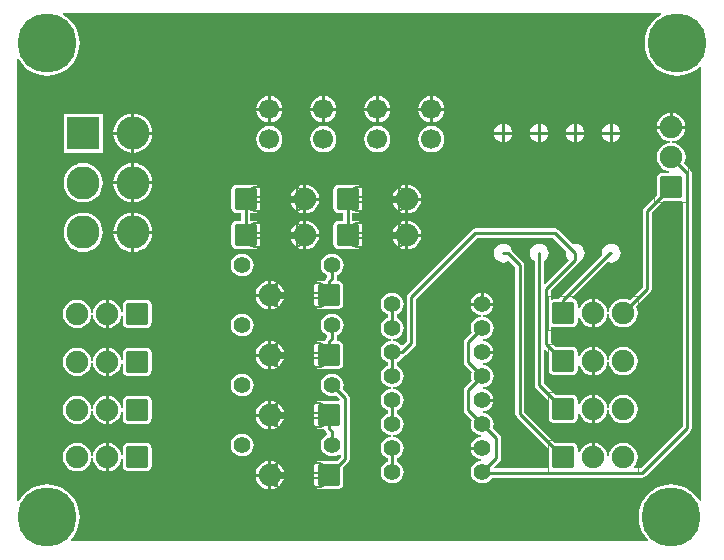
<source format=gtl>
G04 Layer_Physical_Order=1*
G04 Layer_Color=255*
%FSLAX44Y44*%
%MOMM*%
G71*
G01*
G75*
%ADD10C,0.2540*%
%ADD11C,0.1270*%
%ADD12C,0.0762*%
%ADD13C,1.9050*%
G04:AMPARAMS|DCode=14|XSize=1.905mm|YSize=1.905mm|CornerRadius=0.2381mm|HoleSize=0mm|Usage=FLASHONLY|Rotation=180.000|XOffset=0mm|YOffset=0mm|HoleType=Round|Shape=RoundedRectangle|*
%AMROUNDEDRECTD14*
21,1,1.9050,1.4287,0,0,180.0*
21,1,1.4287,1.9050,0,0,180.0*
1,1,0.4763,-0.7144,0.7144*
1,1,0.4763,0.7144,0.7144*
1,1,0.4763,0.7144,-0.7144*
1,1,0.4763,-0.7144,-0.7144*
%
%ADD14ROUNDEDRECTD14*%
G04:AMPARAMS|DCode=15|XSize=1.905mm|YSize=1.905mm|CornerRadius=0.2381mm|HoleSize=0mm|Usage=FLASHONLY|Rotation=90.000|XOffset=0mm|YOffset=0mm|HoleType=Round|Shape=RoundedRectangle|*
%AMROUNDEDRECTD15*
21,1,1.9050,1.4287,0,0,90.0*
21,1,1.4287,1.9050,0,0,90.0*
1,1,0.4763,0.7144,0.7144*
1,1,0.4763,0.7144,-0.7144*
1,1,0.4763,-0.7144,-0.7144*
1,1,0.4763,-0.7144,0.7144*
%
%ADD15ROUNDEDRECTD15*%
%ADD16C,5.0000*%
%ADD17C,1.4000*%
%ADD18C,1.7000*%
%ADD19R,2.8000X2.8000*%
%ADD20C,2.8000*%
G36*
X774068Y1217930D02*
X771162Y1216149D01*
X767866Y1213334D01*
X765051Y1210038D01*
X762786Y1206342D01*
X761127Y1202337D01*
X760115Y1198121D01*
X759775Y1193800D01*
X760115Y1189479D01*
X761127Y1185263D01*
X762786Y1181258D01*
X765051Y1177562D01*
X767866Y1174266D01*
X771162Y1171451D01*
X774858Y1169186D01*
X778863Y1167527D01*
X783079Y1166515D01*
X787400Y1166175D01*
X791721Y1166515D01*
X795937Y1167527D01*
X799942Y1169186D01*
X803638Y1171451D01*
X806450Y1173853D01*
X807720Y1173267D01*
Y806170D01*
X806450Y805812D01*
X804669Y808718D01*
X801854Y812014D01*
X798558Y814829D01*
X794862Y817094D01*
X790857Y818753D01*
X786641Y819765D01*
X782320Y820105D01*
X777999Y819765D01*
X773783Y818753D01*
X769778Y817094D01*
X766082Y814829D01*
X762786Y812014D01*
X759971Y808718D01*
X757706Y805022D01*
X756047Y801017D01*
X755035Y796802D01*
X754695Y792480D01*
X755035Y788158D01*
X756047Y783943D01*
X757706Y779938D01*
X759971Y776242D01*
X762373Y773430D01*
X761787Y772160D01*
X274533D01*
X273947Y773430D01*
X276349Y776242D01*
X278614Y779938D01*
X280273Y783943D01*
X281285Y788158D01*
X281625Y792480D01*
X281285Y796802D01*
X280273Y801017D01*
X278614Y805022D01*
X276349Y808718D01*
X273534Y812014D01*
X270238Y814829D01*
X266542Y817094D01*
X262537Y818753D01*
X258321Y819765D01*
X254000Y820105D01*
X249678Y819765D01*
X245463Y818753D01*
X241458Y817094D01*
X237762Y814829D01*
X234466Y812014D01*
X231651Y808718D01*
X229870Y805812D01*
X228600Y806170D01*
Y1180110D01*
X229870Y1180468D01*
X231651Y1177562D01*
X234466Y1174266D01*
X237762Y1171451D01*
X241458Y1169186D01*
X245463Y1167527D01*
X249678Y1166515D01*
X254000Y1166175D01*
X258321Y1166515D01*
X262537Y1167527D01*
X266542Y1169186D01*
X270238Y1171451D01*
X273534Y1174266D01*
X276349Y1177562D01*
X278614Y1181258D01*
X280273Y1185263D01*
X281285Y1189479D01*
X281625Y1193800D01*
X281285Y1198121D01*
X280273Y1202337D01*
X278614Y1206342D01*
X276349Y1210038D01*
X273534Y1213334D01*
X270238Y1216149D01*
X267332Y1217930D01*
X267690Y1219200D01*
X773710D01*
X774068Y1217930D01*
D02*
G37*
%LPC*%
G36*
X580390Y1148888D02*
Y1139190D01*
X590088D01*
X589876Y1140802D01*
X588763Y1143488D01*
X586994Y1145794D01*
X584688Y1147563D01*
X582002Y1148676D01*
X580390Y1148888D01*
D02*
G37*
G36*
X534670D02*
Y1139190D01*
X544368D01*
X544156Y1140802D01*
X543043Y1143488D01*
X541274Y1145794D01*
X538968Y1147563D01*
X536282Y1148676D01*
X534670Y1148888D01*
D02*
G37*
G36*
X488950D02*
Y1139190D01*
X498648D01*
X498436Y1140802D01*
X497323Y1143488D01*
X495554Y1145794D01*
X493248Y1147563D01*
X490562Y1148676D01*
X488950Y1148888D01*
D02*
G37*
G36*
X443230D02*
Y1139190D01*
X452928D01*
X452716Y1140802D01*
X451603Y1143488D01*
X449834Y1145794D01*
X447528Y1147563D01*
X444842Y1148676D01*
X443230Y1148888D01*
D02*
G37*
G36*
X577850D02*
X576238Y1148676D01*
X573552Y1147563D01*
X571246Y1145794D01*
X569477Y1143488D01*
X568364Y1140802D01*
X568152Y1139190D01*
X577850D01*
Y1148888D01*
D02*
G37*
G36*
X532130D02*
X530518Y1148676D01*
X527832Y1147563D01*
X525526Y1145794D01*
X523757Y1143488D01*
X522644Y1140802D01*
X522432Y1139190D01*
X532130D01*
Y1148888D01*
D02*
G37*
G36*
X486410D02*
X484798Y1148676D01*
X482112Y1147563D01*
X479806Y1145794D01*
X478037Y1143488D01*
X476924Y1140802D01*
X476712Y1139190D01*
X486410D01*
Y1148888D01*
D02*
G37*
G36*
X440690D02*
X439078Y1148676D01*
X436392Y1147563D01*
X434086Y1145794D01*
X432317Y1143488D01*
X431204Y1140802D01*
X430992Y1139190D01*
X440690D01*
Y1148888D01*
D02*
G37*
G36*
X590088Y1136650D02*
X580390D01*
Y1126952D01*
X582002Y1127164D01*
X584688Y1128277D01*
X586994Y1130046D01*
X588763Y1132352D01*
X589876Y1135038D01*
X590088Y1136650D01*
D02*
G37*
G36*
X544368D02*
X534670D01*
Y1126952D01*
X536282Y1127164D01*
X538968Y1128277D01*
X541274Y1130046D01*
X543043Y1132352D01*
X544156Y1135038D01*
X544368Y1136650D01*
D02*
G37*
G36*
X498648D02*
X488950D01*
Y1126952D01*
X490562Y1127164D01*
X493248Y1128277D01*
X495554Y1130046D01*
X497323Y1132352D01*
X498436Y1135038D01*
X498648Y1136650D01*
D02*
G37*
G36*
X452928D02*
X443230D01*
Y1126952D01*
X444842Y1127164D01*
X447528Y1128277D01*
X449834Y1130046D01*
X451603Y1132352D01*
X452716Y1135038D01*
X452928Y1136650D01*
D02*
G37*
G36*
X577850D02*
X568152D01*
X568364Y1135038D01*
X569477Y1132352D01*
X571246Y1130046D01*
X573552Y1128277D01*
X576238Y1127164D01*
X577850Y1126952D01*
Y1136650D01*
D02*
G37*
G36*
X532130D02*
X522432D01*
X522644Y1135038D01*
X523757Y1132352D01*
X525526Y1130046D01*
X527832Y1128277D01*
X530518Y1127164D01*
X532130Y1126952D01*
Y1136650D01*
D02*
G37*
G36*
X486410D02*
X476712D01*
X476924Y1135038D01*
X478037Y1132352D01*
X479806Y1130046D01*
X482112Y1128277D01*
X484798Y1127164D01*
X486410Y1126952D01*
Y1136650D01*
D02*
G37*
G36*
X440690D02*
X430992D01*
X431204Y1135038D01*
X432317Y1132352D01*
X434086Y1130046D01*
X436392Y1128277D01*
X439078Y1127164D01*
X440690Y1126952D01*
Y1136650D01*
D02*
G37*
G36*
X783590Y1134682D02*
Y1123950D01*
X794322D01*
X794074Y1125830D01*
X792859Y1128765D01*
X790925Y1131285D01*
X788405Y1133219D01*
X785470Y1134435D01*
X783590Y1134682D01*
D02*
G37*
G36*
X781050D02*
X779170Y1134435D01*
X776235Y1133219D01*
X773715Y1131285D01*
X771781Y1128765D01*
X770565Y1125830D01*
X770318Y1123950D01*
X781050D01*
Y1134682D01*
D02*
G37*
G36*
X327750Y1134095D02*
Y1118870D01*
X342975D01*
X342781Y1120842D01*
X341835Y1123960D01*
X340299Y1126834D01*
X338232Y1129352D01*
X335714Y1131419D01*
X332840Y1132955D01*
X329722Y1133901D01*
X327750Y1134095D01*
D02*
G37*
G36*
X732790Y1125375D02*
Y1118870D01*
X739295D01*
X739191Y1119656D01*
X738398Y1121571D01*
X737136Y1123216D01*
X735491Y1124478D01*
X733576Y1125271D01*
X732790Y1125375D01*
D02*
G37*
G36*
X702310D02*
Y1118870D01*
X708815D01*
X708711Y1119656D01*
X707918Y1121571D01*
X706656Y1123216D01*
X705011Y1124478D01*
X703095Y1125271D01*
X702310Y1125375D01*
D02*
G37*
G36*
X671830D02*
Y1118870D01*
X678335D01*
X678231Y1119656D01*
X677438Y1121571D01*
X676176Y1123216D01*
X674531Y1124478D01*
X672616Y1125271D01*
X671830Y1125375D01*
D02*
G37*
G36*
X641350D02*
Y1118870D01*
X647855D01*
X647751Y1119656D01*
X646958Y1121571D01*
X645696Y1123216D01*
X644051Y1124478D01*
X642135Y1125271D01*
X641350Y1125375D01*
D02*
G37*
G36*
X730250D02*
X729464Y1125271D01*
X727549Y1124478D01*
X725904Y1123216D01*
X724642Y1121571D01*
X723849Y1119656D01*
X723745Y1118870D01*
X730250D01*
Y1125375D01*
D02*
G37*
G36*
X699770D02*
X698985Y1125271D01*
X697069Y1124478D01*
X695424Y1123216D01*
X694162Y1121571D01*
X693369Y1119656D01*
X693265Y1118870D01*
X699770D01*
Y1125375D01*
D02*
G37*
G36*
X669290D02*
X668504Y1125271D01*
X666589Y1124478D01*
X664944Y1123216D01*
X663682Y1121571D01*
X662889Y1119656D01*
X662785Y1118870D01*
X669290D01*
Y1125375D01*
D02*
G37*
G36*
X638810D02*
X638024Y1125271D01*
X636109Y1124478D01*
X634464Y1123216D01*
X633202Y1121571D01*
X632409Y1119656D01*
X632305Y1118870D01*
X638810D01*
Y1125375D01*
D02*
G37*
G36*
X325210Y1134095D02*
X323237Y1133901D01*
X320120Y1132955D01*
X317246Y1131419D01*
X314728Y1129352D01*
X312661Y1126834D01*
X311125Y1123960D01*
X310179Y1120842D01*
X309985Y1118870D01*
X325210D01*
Y1134095D01*
D02*
G37*
G36*
X739295Y1116330D02*
X732790D01*
Y1109825D01*
X733576Y1109929D01*
X735491Y1110722D01*
X737136Y1111984D01*
X738398Y1113629D01*
X739191Y1115545D01*
X739295Y1116330D01*
D02*
G37*
G36*
X708815D02*
X702310D01*
Y1109825D01*
X703095Y1109929D01*
X705011Y1110722D01*
X706656Y1111984D01*
X707918Y1113629D01*
X708711Y1115545D01*
X708815Y1116330D01*
D02*
G37*
G36*
X678335D02*
X671830D01*
Y1109825D01*
X672616Y1109929D01*
X674531Y1110722D01*
X676176Y1111984D01*
X677438Y1113629D01*
X678231Y1115545D01*
X678335Y1116330D01*
D02*
G37*
G36*
X647855D02*
X641350D01*
Y1109825D01*
X642135Y1109929D01*
X644051Y1110722D01*
X645696Y1111984D01*
X646958Y1113629D01*
X647751Y1115545D01*
X647855Y1116330D01*
D02*
G37*
G36*
X730250D02*
X723745D01*
X723849Y1115545D01*
X724642Y1113629D01*
X725904Y1111984D01*
X727549Y1110722D01*
X729464Y1109929D01*
X730250Y1109825D01*
Y1116330D01*
D02*
G37*
G36*
X699770D02*
X693265D01*
X693369Y1115545D01*
X694162Y1113629D01*
X695424Y1111984D01*
X697069Y1110722D01*
X698985Y1109929D01*
X699770Y1109825D01*
Y1116330D01*
D02*
G37*
G36*
X669290D02*
X662785D01*
X662889Y1115545D01*
X663682Y1113629D01*
X664944Y1111984D01*
X666589Y1110722D01*
X668504Y1109929D01*
X669290Y1109825D01*
Y1116330D01*
D02*
G37*
G36*
X638810D02*
X632305D01*
X632409Y1115545D01*
X633202Y1113629D01*
X634464Y1111984D01*
X636109Y1110722D01*
X638024Y1109929D01*
X638810Y1109825D01*
Y1116330D01*
D02*
G37*
G36*
X579120Y1123655D02*
X576238Y1123276D01*
X573552Y1122163D01*
X571246Y1120394D01*
X569477Y1118088D01*
X568364Y1115402D01*
X567985Y1112520D01*
X568364Y1109638D01*
X569477Y1106952D01*
X571246Y1104646D01*
X573552Y1102877D01*
X576238Y1101764D01*
X579120Y1101385D01*
X582002Y1101764D01*
X584688Y1102877D01*
X586994Y1104646D01*
X588763Y1106952D01*
X589876Y1109638D01*
X590255Y1112520D01*
X589876Y1115402D01*
X588763Y1118088D01*
X586994Y1120394D01*
X584688Y1122163D01*
X582002Y1123276D01*
X579120Y1123655D01*
D02*
G37*
G36*
X533400D02*
X530518Y1123276D01*
X527832Y1122163D01*
X525526Y1120394D01*
X523757Y1118088D01*
X522644Y1115402D01*
X522265Y1112520D01*
X522644Y1109638D01*
X523757Y1106952D01*
X525526Y1104646D01*
X527832Y1102877D01*
X530518Y1101764D01*
X533400Y1101385D01*
X536282Y1101764D01*
X538968Y1102877D01*
X541274Y1104646D01*
X543043Y1106952D01*
X544156Y1109638D01*
X544535Y1112520D01*
X544156Y1115402D01*
X543043Y1118088D01*
X541274Y1120394D01*
X538968Y1122163D01*
X536282Y1123276D01*
X533400Y1123655D01*
D02*
G37*
G36*
X487680D02*
X484798Y1123276D01*
X482112Y1122163D01*
X479806Y1120394D01*
X478037Y1118088D01*
X476924Y1115402D01*
X476545Y1112520D01*
X476924Y1109638D01*
X478037Y1106952D01*
X479806Y1104646D01*
X482112Y1102877D01*
X484798Y1101764D01*
X487680Y1101385D01*
X490562Y1101764D01*
X493248Y1102877D01*
X495554Y1104646D01*
X497323Y1106952D01*
X498436Y1109638D01*
X498815Y1112520D01*
X498436Y1115402D01*
X497323Y1118088D01*
X495554Y1120394D01*
X493248Y1122163D01*
X490562Y1123276D01*
X487680Y1123655D01*
D02*
G37*
G36*
X441960D02*
X439078Y1123276D01*
X436392Y1122163D01*
X434086Y1120394D01*
X432317Y1118088D01*
X431204Y1115402D01*
X430825Y1112520D01*
X431204Y1109638D01*
X432317Y1106952D01*
X434086Y1104646D01*
X436392Y1102877D01*
X439078Y1101764D01*
X441960Y1101385D01*
X444842Y1101764D01*
X447528Y1102877D01*
X449834Y1104646D01*
X451603Y1106952D01*
X452716Y1109638D01*
X453095Y1112520D01*
X452716Y1115402D01*
X451603Y1118088D01*
X449834Y1120394D01*
X447528Y1122163D01*
X444842Y1123276D01*
X441960Y1123655D01*
D02*
G37*
G36*
X342975Y1116330D02*
X327750D01*
Y1101105D01*
X329722Y1101299D01*
X332840Y1102245D01*
X335714Y1103781D01*
X338232Y1105848D01*
X340299Y1108366D01*
X341835Y1111240D01*
X342781Y1114358D01*
X342975Y1116330D01*
D02*
G37*
G36*
X325210D02*
X309985D01*
X310179Y1114358D01*
X311125Y1111240D01*
X312661Y1108366D01*
X314728Y1105848D01*
X317246Y1103781D01*
X320120Y1102245D01*
X323237Y1101299D01*
X325210Y1101105D01*
Y1116330D01*
D02*
G37*
G36*
X301020Y1134140D02*
X267940D01*
Y1101060D01*
X301020D01*
Y1134140D01*
D02*
G37*
G36*
X327750Y1092095D02*
Y1076870D01*
X342975D01*
X342781Y1078842D01*
X341835Y1081960D01*
X340299Y1084834D01*
X338232Y1087352D01*
X335714Y1089419D01*
X332840Y1090955D01*
X329722Y1091901D01*
X327750Y1092095D01*
D02*
G37*
G36*
X325210D02*
X323237Y1091901D01*
X320120Y1090955D01*
X317246Y1089419D01*
X314728Y1087352D01*
X312661Y1084834D01*
X311125Y1081960D01*
X310179Y1078842D01*
X309985Y1076870D01*
X325210D01*
Y1092095D01*
D02*
G37*
G36*
X559670Y1073722D02*
Y1062990D01*
X570402D01*
X570155Y1064870D01*
X568939Y1067805D01*
X567005Y1070325D01*
X564485Y1072259D01*
X561550Y1073475D01*
X559670Y1073722D01*
D02*
G37*
G36*
X557130D02*
X555251Y1073475D01*
X552316Y1072259D01*
X549795Y1070325D01*
X547861Y1067805D01*
X546646Y1064870D01*
X546398Y1062990D01*
X557130D01*
Y1073722D01*
D02*
G37*
G36*
X473310D02*
Y1062990D01*
X484042D01*
X483795Y1064870D01*
X482579Y1067805D01*
X480645Y1070325D01*
X478125Y1072259D01*
X475190Y1073475D01*
X473310Y1073722D01*
D02*
G37*
G36*
X470770D02*
X468891Y1073475D01*
X465956Y1072259D01*
X463435Y1070325D01*
X461501Y1067805D01*
X460286Y1064870D01*
X460038Y1062990D01*
X470770D01*
Y1073722D01*
D02*
G37*
G36*
X342975Y1074330D02*
X327750D01*
Y1059105D01*
X329722Y1059299D01*
X332840Y1060245D01*
X335714Y1061781D01*
X338232Y1063848D01*
X340299Y1066367D01*
X341835Y1069240D01*
X342781Y1072358D01*
X342975Y1074330D01*
D02*
G37*
G36*
X325210D02*
X309985D01*
X310179Y1072358D01*
X311125Y1069240D01*
X312661Y1066367D01*
X314728Y1063848D01*
X317246Y1061781D01*
X320120Y1060245D01*
X323237Y1059299D01*
X325210Y1059105D01*
Y1074330D01*
D02*
G37*
G36*
X284480Y1092220D02*
X281238Y1091901D01*
X278120Y1090955D01*
X275246Y1089419D01*
X272728Y1087352D01*
X270661Y1084834D01*
X269125Y1081960D01*
X268179Y1078842D01*
X267860Y1075600D01*
X268179Y1072358D01*
X269125Y1069240D01*
X270661Y1066367D01*
X272728Y1063848D01*
X275246Y1061781D01*
X278120Y1060245D01*
X281238Y1059299D01*
X284480Y1058980D01*
X287722Y1059299D01*
X290840Y1060245D01*
X293714Y1061781D01*
X296232Y1063848D01*
X298299Y1066367D01*
X299835Y1069240D01*
X300781Y1072358D01*
X301100Y1075600D01*
X300781Y1078842D01*
X299835Y1081960D01*
X298299Y1084834D01*
X296232Y1087352D01*
X293714Y1089419D01*
X290840Y1090955D01*
X287722Y1091901D01*
X284480Y1092220D01*
D02*
G37*
G36*
X570402Y1060450D02*
X559670D01*
Y1049718D01*
X561550Y1049966D01*
X564485Y1051181D01*
X567005Y1053115D01*
X568939Y1055635D01*
X570155Y1058570D01*
X570402Y1060450D01*
D02*
G37*
G36*
X557130D02*
X546398D01*
X546646Y1058570D01*
X547861Y1055635D01*
X549795Y1053115D01*
X552316Y1051181D01*
X555251Y1049966D01*
X557130Y1049718D01*
Y1060450D01*
D02*
G37*
G36*
X484042D02*
X473310D01*
Y1049718D01*
X475190Y1049966D01*
X478125Y1051181D01*
X480645Y1053115D01*
X482579Y1055635D01*
X483795Y1058570D01*
X484042Y1060450D01*
D02*
G37*
G36*
X470770D02*
X460038D01*
X460286Y1058570D01*
X461501Y1055635D01*
X463435Y1053115D01*
X465956Y1051181D01*
X468891Y1049966D01*
X470770Y1049718D01*
Y1060450D01*
D02*
G37*
G36*
X327750Y1050095D02*
Y1034870D01*
X342975D01*
X342781Y1036843D01*
X341835Y1039960D01*
X340299Y1042834D01*
X338232Y1045352D01*
X335714Y1047419D01*
X332840Y1048955D01*
X329722Y1049901D01*
X327750Y1050095D01*
D02*
G37*
G36*
X325210D02*
X323237Y1049901D01*
X320120Y1048955D01*
X317246Y1047419D01*
X314728Y1045352D01*
X312661Y1042834D01*
X311125Y1039960D01*
X310179Y1036843D01*
X309985Y1034870D01*
X325210D01*
Y1050095D01*
D02*
G37*
G36*
X559670Y1043242D02*
Y1032510D01*
X570402D01*
X570155Y1034390D01*
X568939Y1037325D01*
X567005Y1039845D01*
X564485Y1041779D01*
X561550Y1042995D01*
X559670Y1043242D01*
D02*
G37*
G36*
X557130D02*
X555251Y1042995D01*
X552316Y1041779D01*
X549795Y1039845D01*
X547861Y1037325D01*
X546646Y1034390D01*
X546398Y1032510D01*
X557130D01*
Y1043242D01*
D02*
G37*
G36*
X473310D02*
Y1032510D01*
X484042D01*
X483795Y1034390D01*
X482579Y1037325D01*
X480645Y1039845D01*
X478125Y1041779D01*
X475190Y1042995D01*
X473310Y1043242D01*
D02*
G37*
G36*
X470770D02*
X468891Y1042995D01*
X465956Y1041779D01*
X463435Y1039845D01*
X461501Y1037325D01*
X460286Y1034390D01*
X460038Y1032510D01*
X470770D01*
Y1043242D01*
D02*
G37*
G36*
X570402Y1029970D02*
X559670D01*
Y1019238D01*
X561550Y1019485D01*
X564485Y1020701D01*
X567005Y1022635D01*
X568939Y1025155D01*
X570155Y1028090D01*
X570402Y1029970D01*
D02*
G37*
G36*
X557130D02*
X546398D01*
X546646Y1028090D01*
X547861Y1025155D01*
X549795Y1022635D01*
X552316Y1020701D01*
X555251Y1019485D01*
X557130Y1019238D01*
Y1029970D01*
D02*
G37*
G36*
X484042D02*
X473310D01*
Y1019238D01*
X475190Y1019485D01*
X478125Y1020701D01*
X480645Y1022635D01*
X482579Y1025155D01*
X483795Y1028090D01*
X484042Y1029970D01*
D02*
G37*
G36*
X470770D02*
X460038D01*
X460286Y1028090D01*
X461501Y1025155D01*
X463435Y1022635D01*
X465956Y1020701D01*
X468891Y1019485D01*
X470770Y1019238D01*
Y1029970D01*
D02*
G37*
G36*
X515544Y1073881D02*
X501256D01*
X499336Y1073500D01*
X497708Y1072412D01*
X496620Y1070784D01*
X496238Y1068864D01*
Y1054576D01*
X496620Y1052656D01*
X497708Y1051028D01*
X499336Y1049940D01*
X501256Y1049559D01*
X504515D01*
Y1043401D01*
X501256D01*
X499336Y1043019D01*
X497708Y1041932D01*
X496620Y1040304D01*
X496238Y1038384D01*
Y1024096D01*
X496620Y1022176D01*
X497708Y1020548D01*
X499336Y1019461D01*
X501256Y1019079D01*
X515544D01*
X517464Y1019461D01*
X519092Y1020548D01*
X520179Y1022176D01*
X520561Y1024096D01*
Y1038384D01*
X520179Y1040304D01*
X519092Y1041932D01*
X517464Y1043019D01*
X515544Y1043401D01*
X512284D01*
Y1049559D01*
X515544D01*
X517464Y1049940D01*
X519092Y1051028D01*
X520179Y1052656D01*
X520561Y1054576D01*
Y1068864D01*
X520179Y1070784D01*
X519092Y1072412D01*
X517464Y1073500D01*
X515544Y1073881D01*
D02*
G37*
G36*
X429184D02*
X414896D01*
X412976Y1073500D01*
X411348Y1072412D01*
X410260Y1070784D01*
X409878Y1068864D01*
Y1054576D01*
X410260Y1052656D01*
X411348Y1051028D01*
X412976Y1049940D01*
X414896Y1049559D01*
X418155D01*
Y1043401D01*
X414896D01*
X412976Y1043019D01*
X411348Y1041932D01*
X410260Y1040304D01*
X409878Y1038384D01*
Y1024096D01*
X410260Y1022176D01*
X411348Y1020548D01*
X412976Y1019461D01*
X414896Y1019079D01*
X429184D01*
X431104Y1019461D01*
X432732Y1020548D01*
X433819Y1022176D01*
X434201Y1024096D01*
Y1038384D01*
X433819Y1040304D01*
X432732Y1041932D01*
X431104Y1043019D01*
X429184Y1043401D01*
X425924D01*
Y1049559D01*
X429184D01*
X431104Y1049940D01*
X432732Y1051028D01*
X433819Y1052656D01*
X434201Y1054576D01*
Y1068864D01*
X433819Y1070784D01*
X432732Y1072412D01*
X431104Y1073500D01*
X429184Y1073881D01*
D02*
G37*
G36*
X342975Y1032330D02*
X327750D01*
Y1017105D01*
X329722Y1017299D01*
X332840Y1018245D01*
X335714Y1019781D01*
X338232Y1021848D01*
X340299Y1024367D01*
X341835Y1027240D01*
X342781Y1030358D01*
X342975Y1032330D01*
D02*
G37*
G36*
X325210D02*
X309985D01*
X310179Y1030358D01*
X311125Y1027240D01*
X312661Y1024367D01*
X314728Y1021848D01*
X317246Y1019781D01*
X320120Y1018245D01*
X323237Y1017299D01*
X325210Y1017105D01*
Y1032330D01*
D02*
G37*
G36*
X284480Y1050220D02*
X281238Y1049901D01*
X278120Y1048955D01*
X275246Y1047419D01*
X272728Y1045352D01*
X270661Y1042834D01*
X269125Y1039960D01*
X268179Y1036843D01*
X267860Y1033600D01*
X268179Y1030358D01*
X269125Y1027240D01*
X270661Y1024367D01*
X272728Y1021848D01*
X275246Y1019781D01*
X278120Y1018245D01*
X281238Y1017299D01*
X284480Y1016980D01*
X287722Y1017299D01*
X290840Y1018245D01*
X293714Y1019781D01*
X296232Y1021848D01*
X298299Y1024367D01*
X299835Y1027240D01*
X300781Y1030358D01*
X301100Y1033600D01*
X300781Y1036843D01*
X299835Y1039960D01*
X298299Y1042834D01*
X296232Y1045352D01*
X293714Y1047419D01*
X290840Y1048955D01*
X287722Y1049901D01*
X284480Y1050220D01*
D02*
G37*
G36*
X419100Y1015462D02*
X416610Y1015134D01*
X414289Y1014173D01*
X412296Y1012644D01*
X410767Y1010651D01*
X409806Y1008330D01*
X409478Y1005840D01*
X409806Y1003350D01*
X410767Y1001029D01*
X412296Y999036D01*
X414289Y997507D01*
X416610Y996546D01*
X419100Y996218D01*
X421590Y996546D01*
X423911Y997507D01*
X425904Y999036D01*
X427433Y1001029D01*
X428394Y1003350D01*
X428722Y1005840D01*
X428394Y1008330D01*
X427433Y1010651D01*
X425904Y1012644D01*
X423911Y1014173D01*
X421590Y1015134D01*
X419100Y1015462D01*
D02*
G37*
G36*
X684022Y1036903D02*
X616458D01*
X614971Y1036607D01*
X613711Y1035765D01*
X559609Y981663D01*
X558767Y980403D01*
X558471Y978916D01*
Y941409D01*
X554949Y937887D01*
X553682Y937970D01*
X552904Y938984D01*
X550911Y940513D01*
X548590Y941474D01*
X546881Y941700D01*
Y942980D01*
X548590Y943206D01*
X550911Y944167D01*
X552904Y945696D01*
X554433Y947689D01*
X555394Y950010D01*
X555722Y952500D01*
X555394Y954990D01*
X554433Y957311D01*
X552904Y959304D01*
X550911Y960833D01*
X549985Y961217D01*
Y964103D01*
X550911Y964487D01*
X552904Y966016D01*
X554433Y968009D01*
X555394Y970330D01*
X555722Y972820D01*
X555394Y975310D01*
X554433Y977631D01*
X552904Y979624D01*
X550911Y981153D01*
X548590Y982114D01*
X546100Y982442D01*
X543610Y982114D01*
X541289Y981153D01*
X539296Y979624D01*
X537767Y977631D01*
X536806Y975310D01*
X536478Y972820D01*
X536806Y970330D01*
X537767Y968009D01*
X539296Y966016D01*
X541289Y964487D01*
X542215Y964103D01*
Y961217D01*
X541289Y960833D01*
X539296Y959304D01*
X537767Y957311D01*
X536806Y954990D01*
X536478Y952500D01*
X536806Y950010D01*
X537767Y947689D01*
X539296Y945696D01*
X541289Y944167D01*
X543610Y943206D01*
X545319Y942980D01*
Y941700D01*
X543610Y941474D01*
X541289Y940513D01*
X539296Y938984D01*
X537767Y936991D01*
X536806Y934670D01*
X536478Y932180D01*
X536806Y929690D01*
X537767Y927369D01*
X539296Y925376D01*
X541289Y923847D01*
X542215Y923463D01*
Y920577D01*
X541289Y920193D01*
X539296Y918664D01*
X537767Y916671D01*
X536806Y914350D01*
X536478Y911860D01*
X536806Y909370D01*
X537767Y907049D01*
X539296Y905056D01*
X541289Y903527D01*
X543610Y902566D01*
X545319Y902340D01*
Y901059D01*
X543610Y900834D01*
X541289Y899873D01*
X539296Y898344D01*
X537767Y896351D01*
X536806Y894030D01*
X536478Y891540D01*
X536806Y889050D01*
X537767Y886729D01*
X539296Y884736D01*
X541289Y883207D01*
X542215Y882823D01*
Y879937D01*
X541289Y879553D01*
X539296Y878024D01*
X537767Y876031D01*
X536806Y873710D01*
X536478Y871220D01*
X536806Y868730D01*
X537767Y866409D01*
X539296Y864416D01*
X541289Y862887D01*
X543610Y861926D01*
X545319Y861701D01*
Y860419D01*
X543610Y860194D01*
X541289Y859233D01*
X539296Y857704D01*
X537767Y855711D01*
X536806Y853390D01*
X536478Y850900D01*
X536806Y848410D01*
X537767Y846089D01*
X539296Y844096D01*
X541289Y842567D01*
X542215Y842183D01*
Y839297D01*
X541289Y838913D01*
X539296Y837384D01*
X537767Y835391D01*
X536806Y833070D01*
X536478Y830580D01*
X536806Y828090D01*
X537767Y825769D01*
X539296Y823776D01*
X541289Y822247D01*
X543610Y821286D01*
X546100Y820958D01*
X548590Y821286D01*
X550911Y822247D01*
X552904Y823776D01*
X554433Y825769D01*
X555394Y828090D01*
X555722Y830580D01*
X555394Y833070D01*
X554433Y835391D01*
X552904Y837384D01*
X550911Y838913D01*
X549985Y839297D01*
Y842183D01*
X550911Y842567D01*
X552904Y844096D01*
X554433Y846089D01*
X555394Y848410D01*
X555722Y850900D01*
X555394Y853390D01*
X554433Y855711D01*
X552904Y857704D01*
X550911Y859233D01*
X548590Y860194D01*
X546881Y860419D01*
Y861701D01*
X548590Y861926D01*
X550911Y862887D01*
X552904Y864416D01*
X554433Y866409D01*
X555394Y868730D01*
X555722Y871220D01*
X555394Y873710D01*
X554433Y876031D01*
X552904Y878024D01*
X550911Y879553D01*
X549985Y879937D01*
Y882823D01*
X550911Y883207D01*
X552904Y884736D01*
X554433Y886729D01*
X555394Y889050D01*
X555722Y891540D01*
X555394Y894030D01*
X554433Y896351D01*
X552904Y898344D01*
X550911Y899873D01*
X548590Y900834D01*
X546881Y901059D01*
Y902340D01*
X548590Y902566D01*
X550911Y903527D01*
X552904Y905056D01*
X554433Y907049D01*
X555394Y909370D01*
X555722Y911860D01*
X555394Y914350D01*
X554433Y916671D01*
X552904Y918664D01*
X550911Y920193D01*
X549985Y920577D01*
Y923463D01*
X550911Y923847D01*
X552904Y925376D01*
X554433Y927369D01*
X554824Y928313D01*
X556223Y928591D01*
X557483Y929433D01*
X565103Y937053D01*
X565945Y938313D01*
X566241Y939800D01*
Y977307D01*
X618067Y1029133D01*
X682413D01*
X693404Y1018142D01*
X693369Y1018055D01*
X693098Y1016000D01*
X693369Y1013944D01*
X694162Y1012029D01*
X695424Y1010384D01*
X695443Y1010104D01*
X675618Y990279D01*
X674445Y990765D01*
Y1009086D01*
X674531Y1009122D01*
X676176Y1010384D01*
X677438Y1012029D01*
X678231Y1013944D01*
X678502Y1016000D01*
X678231Y1018055D01*
X677438Y1019971D01*
X676176Y1021616D01*
X674531Y1022878D01*
X672616Y1023671D01*
X670560Y1023942D01*
X668504Y1023671D01*
X666589Y1022878D01*
X664944Y1021616D01*
X663682Y1019971D01*
X662889Y1018055D01*
X662618Y1016000D01*
X662889Y1013944D01*
X663682Y1012029D01*
X664944Y1010384D01*
X666589Y1009122D01*
X666675Y1009086D01*
Y904240D01*
X666971Y902753D01*
X667813Y901493D01*
X678719Y890588D01*
Y876776D01*
X679100Y874856D01*
X680188Y873228D01*
X681816Y872141D01*
X683736Y871759D01*
X698024D01*
X699944Y872141D01*
X701572Y873228D01*
X702660Y874856D01*
X703041Y876776D01*
Y882314D01*
X704311Y882397D01*
X704526Y880770D01*
X705741Y877835D01*
X707675Y875315D01*
X710195Y873381D01*
X713130Y872166D01*
X715010Y871918D01*
Y883920D01*
Y895922D01*
X713130Y895675D01*
X710195Y894459D01*
X707675Y892525D01*
X705741Y890005D01*
X704526Y887070D01*
X704311Y885443D01*
X703041Y885526D01*
Y891064D01*
X702660Y892984D01*
X701572Y894612D01*
X699944Y895699D01*
X698024Y896081D01*
X684212D01*
X674445Y905849D01*
Y933842D01*
X675618Y934328D01*
X678719Y931228D01*
Y917416D01*
X679100Y915496D01*
X680188Y913868D01*
X681816Y912781D01*
X683736Y912399D01*
X698024D01*
X699944Y912781D01*
X701572Y913868D01*
X702660Y915496D01*
X703041Y917416D01*
Y922954D01*
X704311Y923037D01*
X704526Y921410D01*
X705741Y918475D01*
X707675Y915955D01*
X710195Y914021D01*
X713130Y912805D01*
X715010Y912558D01*
Y924560D01*
Y936562D01*
X713130Y936314D01*
X710195Y935099D01*
X707675Y933165D01*
X705741Y930645D01*
X704526Y927710D01*
X704311Y926083D01*
X703041Y926166D01*
Y931704D01*
X702660Y933624D01*
X701572Y935252D01*
X699944Y936339D01*
X698024Y936721D01*
X684212D01*
X680287Y940647D01*
Y953095D01*
X681407Y953694D01*
X681816Y953420D01*
X683736Y953039D01*
X698024D01*
X699944Y953420D01*
X701572Y954508D01*
X702660Y956136D01*
X703041Y958056D01*
Y963594D01*
X704311Y963677D01*
X704526Y962050D01*
X705741Y959115D01*
X707675Y956595D01*
X710195Y954661D01*
X713130Y953446D01*
X715010Y953198D01*
Y965200D01*
Y977202D01*
X713130Y976954D01*
X710195Y975739D01*
X707675Y973805D01*
X705741Y971285D01*
X704526Y968350D01*
X704311Y966723D01*
X703041Y966806D01*
Y972344D01*
X702660Y974264D01*
X701572Y975892D01*
X699944Y976980D01*
X698968Y977174D01*
X698549Y978552D01*
X728660Y1008662D01*
X729464Y1008329D01*
X731520Y1008058D01*
X733576Y1008329D01*
X735491Y1009122D01*
X737136Y1010384D01*
X738398Y1012029D01*
X739191Y1013944D01*
X739462Y1016000D01*
X739191Y1018055D01*
X738398Y1019971D01*
X737136Y1021616D01*
X735491Y1022878D01*
X733576Y1023671D01*
X731520Y1023942D01*
X729464Y1023671D01*
X727549Y1022878D01*
X725904Y1021616D01*
X724642Y1019971D01*
X723849Y1018055D01*
X723578Y1016000D01*
X723745Y1014734D01*
X688133Y979123D01*
X687291Y977863D01*
X687191Y977361D01*
X683736D01*
X681816Y976980D01*
X681407Y976706D01*
X680287Y977305D01*
Y983960D01*
X703787Y1007460D01*
X704629Y1008721D01*
X704682Y1008986D01*
X705011Y1009122D01*
X706656Y1010384D01*
X707918Y1012029D01*
X708711Y1013944D01*
X708982Y1016000D01*
X708711Y1018055D01*
X707918Y1019971D01*
X706656Y1021616D01*
X705011Y1022878D01*
X703095Y1023671D01*
X701040Y1023942D01*
X698985Y1023671D01*
X698898Y1023636D01*
X686769Y1035765D01*
X685509Y1036607D01*
X684022Y1036903D01*
D02*
G37*
G36*
X443630Y992442D02*
Y981710D01*
X454362D01*
X454114Y983590D01*
X452899Y986525D01*
X450965Y989045D01*
X448444Y990979D01*
X445509Y992195D01*
X443630Y992442D01*
D02*
G37*
G36*
X441090D02*
X439210Y992195D01*
X436275Y990979D01*
X433755Y989045D01*
X431821Y986525D01*
X430605Y983590D01*
X430358Y981710D01*
X441090D01*
Y992442D01*
D02*
G37*
G36*
X623570Y982275D02*
Y974090D01*
X631755D01*
X631594Y975310D01*
X630633Y977631D01*
X629104Y979624D01*
X627111Y981153D01*
X624790Y982114D01*
X623570Y982275D01*
D02*
G37*
G36*
X621030D02*
X619810Y982114D01*
X617489Y981153D01*
X615496Y979624D01*
X613967Y977631D01*
X613006Y975310D01*
X612845Y974090D01*
X621030D01*
Y982275D01*
D02*
G37*
G36*
X454362Y979170D02*
X443630D01*
Y968438D01*
X445509Y968686D01*
X448444Y969901D01*
X450965Y971835D01*
X452899Y974355D01*
X454114Y977290D01*
X454362Y979170D01*
D02*
G37*
G36*
X441090D02*
X430358D01*
X430605Y977290D01*
X431821Y974355D01*
X433755Y971835D01*
X436275Y969901D01*
X439210Y968686D01*
X441090Y968438D01*
Y979170D01*
D02*
G37*
G36*
X495300Y1015462D02*
X492810Y1015134D01*
X490489Y1014173D01*
X488496Y1012644D01*
X486967Y1010651D01*
X486006Y1008330D01*
X485678Y1005840D01*
X486006Y1003350D01*
X486967Y1001029D01*
X488496Y999036D01*
X490489Y997507D01*
X491039Y997279D01*
X491200Y995950D01*
X489613Y994363D01*
X488771Y993103D01*
X488672Y992601D01*
X485216D01*
X483296Y992219D01*
X481668Y991132D01*
X480581Y989504D01*
X480199Y987584D01*
Y973296D01*
X480581Y971376D01*
X481668Y969748D01*
X483296Y968661D01*
X485216Y968279D01*
X499504D01*
X501424Y968661D01*
X503052Y969748D01*
X504140Y971376D01*
X504522Y973296D01*
Y987584D01*
X504140Y989504D01*
X503052Y991132D01*
X501424Y992219D01*
X499974Y992508D01*
X499913Y992539D01*
X499192Y993471D01*
X499049Y993871D01*
X499185Y994556D01*
Y997123D01*
X500111Y997507D01*
X502104Y999036D01*
X503633Y1001029D01*
X504594Y1003350D01*
X504922Y1005840D01*
X504594Y1008330D01*
X503633Y1010651D01*
X502104Y1012644D01*
X500111Y1014173D01*
X497790Y1015134D01*
X495300Y1015462D01*
D02*
G37*
G36*
X337344Y976719D02*
X323056D01*
X321136Y976337D01*
X319508Y975250D01*
X318421Y973622D01*
X318039Y971702D01*
Y966164D01*
X316769Y966081D01*
X316555Y967708D01*
X315339Y970642D01*
X313405Y973163D01*
X310885Y975097D01*
X307950Y976312D01*
X306070Y976560D01*
Y964558D01*
Y952556D01*
X307950Y952803D01*
X310885Y954019D01*
X313405Y955953D01*
X315339Y958473D01*
X316555Y961408D01*
X316769Y963035D01*
X318039Y962951D01*
Y957414D01*
X318421Y955494D01*
X319508Y953866D01*
X321136Y952778D01*
X323056Y952396D01*
X337344D01*
X339264Y952778D01*
X340892Y953866D01*
X341979Y955494D01*
X342361Y957414D01*
Y971702D01*
X341979Y973622D01*
X340892Y975250D01*
X339264Y976337D01*
X337344Y976719D01*
D02*
G37*
G36*
X279400Y976727D02*
X276250Y976312D01*
X273315Y975097D01*
X270795Y973163D01*
X268861Y970642D01*
X267645Y967708D01*
X267231Y964558D01*
X267645Y961408D01*
X268861Y958473D01*
X270795Y955953D01*
X273315Y954019D01*
X276250Y952803D01*
X279400Y952389D01*
X282550Y952803D01*
X285485Y954019D01*
X288005Y955953D01*
X289939Y958473D01*
X291154Y961408D01*
X291460Y963725D01*
X292740D01*
X293046Y961408D01*
X294261Y958473D01*
X296195Y955953D01*
X298715Y954019D01*
X301650Y952803D01*
X303530Y952556D01*
Y964558D01*
Y976560D01*
X301650Y976312D01*
X298715Y975097D01*
X296195Y973163D01*
X294261Y970642D01*
X293046Y967708D01*
X292740Y965390D01*
X291460D01*
X291154Y967708D01*
X289939Y970642D01*
X288005Y973163D01*
X285485Y975097D01*
X282550Y976312D01*
X279400Y976727D01*
D02*
G37*
G36*
X419100Y964662D02*
X416610Y964334D01*
X414289Y963373D01*
X412296Y961844D01*
X410767Y959851D01*
X409806Y957530D01*
X409478Y955040D01*
X409806Y952550D01*
X410767Y950229D01*
X412296Y948236D01*
X414289Y946707D01*
X416610Y945746D01*
X419100Y945418D01*
X421590Y945746D01*
X423911Y946707D01*
X425904Y948236D01*
X427433Y950229D01*
X428394Y952550D01*
X428722Y955040D01*
X428394Y957530D01*
X427433Y959851D01*
X425904Y961844D01*
X423911Y963373D01*
X421590Y964334D01*
X419100Y964662D01*
D02*
G37*
G36*
X443630Y941642D02*
Y930910D01*
X454362D01*
X454114Y932790D01*
X452899Y935725D01*
X450965Y938245D01*
X448444Y940179D01*
X445509Y941395D01*
X443630Y941642D01*
D02*
G37*
G36*
X441090D02*
X439210Y941395D01*
X436275Y940179D01*
X433755Y938245D01*
X431821Y935725D01*
X430605Y932790D01*
X430358Y930910D01*
X441090D01*
Y941642D01*
D02*
G37*
G36*
X337344Y936079D02*
X323056D01*
X321136Y935697D01*
X319508Y934610D01*
X318421Y932982D01*
X318039Y931062D01*
Y925524D01*
X316769Y925441D01*
X316555Y927067D01*
X315339Y930003D01*
X313405Y932523D01*
X310885Y934457D01*
X307950Y935672D01*
X306070Y935920D01*
Y923918D01*
Y911916D01*
X307950Y912163D01*
X310885Y913379D01*
X313405Y915313D01*
X315339Y917833D01*
X316555Y920768D01*
X316769Y922395D01*
X318039Y922311D01*
Y916774D01*
X318421Y914854D01*
X319508Y913226D01*
X321136Y912138D01*
X323056Y911757D01*
X337344D01*
X339264Y912138D01*
X340892Y913226D01*
X341979Y914854D01*
X342361Y916774D01*
Y931062D01*
X341979Y932982D01*
X340892Y934610D01*
X339264Y935697D01*
X337344Y936079D01*
D02*
G37*
G36*
X741680Y936729D02*
X738530Y936314D01*
X735595Y935099D01*
X733075Y933165D01*
X731141Y930645D01*
X729926Y927710D01*
X729621Y925393D01*
X728339D01*
X728035Y927710D01*
X726819Y930645D01*
X724885Y933165D01*
X722365Y935099D01*
X719430Y936314D01*
X717550Y936562D01*
Y924560D01*
Y912558D01*
X719430Y912805D01*
X722365Y914021D01*
X724885Y915955D01*
X726819Y918475D01*
X728035Y921410D01*
X728339Y923727D01*
X729621D01*
X729926Y921410D01*
X731141Y918475D01*
X733075Y915955D01*
X735595Y914021D01*
X738530Y912805D01*
X741680Y912391D01*
X744830Y912805D01*
X747765Y914021D01*
X750285Y915955D01*
X752219Y918475D01*
X753435Y921410D01*
X753849Y924560D01*
X753435Y927710D01*
X752219Y930645D01*
X750285Y933165D01*
X747765Y935099D01*
X744830Y936314D01*
X741680Y936729D01*
D02*
G37*
G36*
X454362Y928370D02*
X443630D01*
Y917638D01*
X445509Y917886D01*
X448444Y919101D01*
X450965Y921035D01*
X452899Y923555D01*
X454114Y926490D01*
X454362Y928370D01*
D02*
G37*
G36*
X441090D02*
X430358D01*
X430605Y926490D01*
X431821Y923555D01*
X433755Y921035D01*
X436275Y919101D01*
X439210Y917886D01*
X441090Y917638D01*
Y928370D01*
D02*
G37*
G36*
X495300Y964662D02*
X492810Y964334D01*
X490489Y963373D01*
X488496Y961844D01*
X486967Y959851D01*
X486006Y957530D01*
X485678Y955040D01*
X486006Y952550D01*
X486967Y950229D01*
X488496Y948236D01*
X490489Y946707D01*
X491039Y946479D01*
X491200Y945150D01*
X489613Y943563D01*
X488771Y942303D01*
X488672Y941801D01*
X485216D01*
X483296Y941420D01*
X481668Y940332D01*
X480581Y938704D01*
X480199Y936784D01*
Y922496D01*
X480581Y920576D01*
X481668Y918948D01*
X483296Y917860D01*
X485216Y917479D01*
X499504D01*
X501424Y917860D01*
X503052Y918948D01*
X504140Y920576D01*
X504522Y922496D01*
Y936784D01*
X504140Y938704D01*
X503052Y940332D01*
X501424Y941420D01*
X499974Y941708D01*
X499913Y941739D01*
X499192Y942671D01*
X499049Y943071D01*
X499185Y943756D01*
Y946323D01*
X500111Y946707D01*
X502104Y948236D01*
X503633Y950229D01*
X504594Y952550D01*
X504922Y955040D01*
X504594Y957530D01*
X503633Y959851D01*
X502104Y961844D01*
X500111Y963373D01*
X497790Y964334D01*
X495300Y964662D01*
D02*
G37*
G36*
X279400Y936087D02*
X276250Y935672D01*
X273315Y934457D01*
X270795Y932523D01*
X268861Y930003D01*
X267645Y927067D01*
X267231Y923918D01*
X267645Y920768D01*
X268861Y917833D01*
X270795Y915313D01*
X273315Y913379D01*
X276250Y912163D01*
X279400Y911749D01*
X282550Y912163D01*
X285485Y913379D01*
X288005Y915313D01*
X289939Y917833D01*
X291154Y920768D01*
X291460Y923085D01*
X292740D01*
X293046Y920768D01*
X294261Y917833D01*
X296195Y915313D01*
X298715Y913379D01*
X301650Y912163D01*
X303530Y911916D01*
Y923918D01*
Y935920D01*
X301650Y935672D01*
X298715Y934457D01*
X296195Y932523D01*
X294261Y930003D01*
X293046Y927067D01*
X292740Y924750D01*
X291460D01*
X291154Y927067D01*
X289939Y930003D01*
X288005Y932523D01*
X285485Y934457D01*
X282550Y935672D01*
X279400Y936087D01*
D02*
G37*
G36*
X419100Y913862D02*
X416610Y913534D01*
X414289Y912573D01*
X412296Y911044D01*
X410767Y909051D01*
X409806Y906730D01*
X409478Y904240D01*
X409806Y901750D01*
X410767Y899429D01*
X412296Y897436D01*
X414289Y895907D01*
X416610Y894946D01*
X419100Y894618D01*
X421590Y894946D01*
X423911Y895907D01*
X425904Y897436D01*
X427433Y899429D01*
X428394Y901750D01*
X428722Y904240D01*
X428394Y906730D01*
X427433Y909051D01*
X425904Y911044D01*
X423911Y912573D01*
X421590Y913534D01*
X419100Y913862D01*
D02*
G37*
G36*
X495300D02*
X492810Y913534D01*
X490489Y912573D01*
X488496Y911044D01*
X486967Y909051D01*
X486006Y906730D01*
X485678Y904240D01*
X486006Y901750D01*
X486967Y899429D01*
X488496Y897436D01*
X490489Y895907D01*
X492810Y894946D01*
X495300Y894618D01*
X497790Y894946D01*
X498717Y895329D01*
X501590Y892456D01*
X501505Y891809D01*
X500166Y890870D01*
X499504Y891001D01*
X485216D01*
X483296Y890620D01*
X481668Y889532D01*
X480581Y887904D01*
X480199Y885984D01*
Y871696D01*
X480581Y869776D01*
X481668Y868148D01*
X483296Y867060D01*
X485216Y866679D01*
X488650D01*
X488771Y866069D01*
X489613Y864809D01*
X491092Y863330D01*
X490908Y861947D01*
X490489Y861773D01*
X488496Y860244D01*
X486967Y858251D01*
X486006Y855930D01*
X485678Y853440D01*
X486006Y850950D01*
X486967Y848629D01*
X488496Y846636D01*
X490489Y845107D01*
X492810Y844146D01*
X495300Y843818D01*
X497790Y844146D01*
X500111Y845107D01*
X501067Y845841D01*
X502337Y845214D01*
Y843511D01*
X499028Y840201D01*
X485216D01*
X483296Y839819D01*
X481668Y838732D01*
X480581Y837104D01*
X480199Y835184D01*
Y820896D01*
X480581Y818976D01*
X481668Y817348D01*
X483296Y816261D01*
X485216Y815879D01*
X499504D01*
X501424Y816261D01*
X503052Y817348D01*
X504140Y818976D01*
X504522Y820896D01*
Y834708D01*
X508969Y839155D01*
X509811Y840415D01*
X510107Y841902D01*
Y893318D01*
X509811Y894805D01*
X508969Y896065D01*
X504211Y900823D01*
X504594Y901750D01*
X504922Y904240D01*
X504594Y906730D01*
X503633Y909051D01*
X502104Y911044D01*
X500111Y912573D01*
X497790Y913534D01*
X495300Y913862D01*
D02*
G37*
G36*
X337344Y895439D02*
X323056D01*
X321136Y895057D01*
X319508Y893970D01*
X318421Y892342D01*
X318039Y890422D01*
Y884884D01*
X316769Y884801D01*
X316555Y886428D01*
X315339Y889362D01*
X313405Y891883D01*
X310885Y893817D01*
X307950Y895032D01*
X306070Y895280D01*
Y883278D01*
Y871276D01*
X307950Y871523D01*
X310885Y872739D01*
X313405Y874673D01*
X315339Y877193D01*
X316555Y880128D01*
X316769Y881755D01*
X318039Y881671D01*
Y876134D01*
X318421Y874214D01*
X319508Y872586D01*
X321136Y871498D01*
X323056Y871116D01*
X337344D01*
X339264Y871498D01*
X340892Y872586D01*
X341979Y874214D01*
X342361Y876134D01*
Y890422D01*
X341979Y892342D01*
X340892Y893970D01*
X339264Y895057D01*
X337344Y895439D01*
D02*
G37*
G36*
X741680Y896089D02*
X738530Y895675D01*
X735595Y894459D01*
X733075Y892525D01*
X731141Y890005D01*
X729926Y887070D01*
X729621Y884753D01*
X728339D01*
X728035Y887070D01*
X726819Y890005D01*
X724885Y892525D01*
X722365Y894459D01*
X719430Y895675D01*
X717550Y895922D01*
Y883920D01*
Y871918D01*
X719430Y872166D01*
X722365Y873381D01*
X724885Y875315D01*
X726819Y877835D01*
X728035Y880770D01*
X728339Y883087D01*
X729621D01*
X729926Y880770D01*
X731141Y877835D01*
X733075Y875315D01*
X735595Y873381D01*
X738530Y872166D01*
X741680Y871751D01*
X744830Y872166D01*
X747765Y873381D01*
X750285Y875315D01*
X752219Y877835D01*
X753435Y880770D01*
X753849Y883920D01*
X753435Y887070D01*
X752219Y890005D01*
X750285Y892525D01*
X747765Y894459D01*
X744830Y895675D01*
X741680Y896089D01*
D02*
G37*
G36*
X443630Y890842D02*
Y880110D01*
X454362D01*
X454114Y881990D01*
X452899Y884925D01*
X450965Y887445D01*
X448444Y889379D01*
X445509Y890594D01*
X443630Y890842D01*
D02*
G37*
G36*
X441090D02*
X439210Y890594D01*
X436275Y889379D01*
X433755Y887445D01*
X431821Y884925D01*
X430605Y881990D01*
X430358Y880110D01*
X441090D01*
Y890842D01*
D02*
G37*
G36*
X279400Y895447D02*
X276250Y895032D01*
X273315Y893817D01*
X270795Y891883D01*
X268861Y889362D01*
X267645Y886428D01*
X267231Y883278D01*
X267645Y880128D01*
X268861Y877193D01*
X270795Y874673D01*
X273315Y872739D01*
X276250Y871523D01*
X279400Y871109D01*
X282550Y871523D01*
X285485Y872739D01*
X288005Y874673D01*
X289939Y877193D01*
X291154Y880128D01*
X291460Y882445D01*
X292740D01*
X293046Y880128D01*
X294261Y877193D01*
X296195Y874673D01*
X298715Y872739D01*
X301650Y871523D01*
X303530Y871276D01*
Y883278D01*
Y895280D01*
X301650Y895032D01*
X298715Y893817D01*
X296195Y891883D01*
X294261Y889362D01*
X293046Y886428D01*
X292740Y884110D01*
X291460D01*
X291154Y886428D01*
X289939Y889362D01*
X288005Y891883D01*
X285485Y893817D01*
X282550Y895032D01*
X279400Y895447D01*
D02*
G37*
G36*
X454362Y877570D02*
X443630D01*
Y866838D01*
X445509Y867085D01*
X448444Y868301D01*
X450965Y870235D01*
X452899Y872755D01*
X454114Y875690D01*
X454362Y877570D01*
D02*
G37*
G36*
X441090D02*
X430358D01*
X430605Y875690D01*
X431821Y872755D01*
X433755Y870235D01*
X436275Y868301D01*
X439210Y867085D01*
X441090Y866838D01*
Y877570D01*
D02*
G37*
G36*
X337344Y855441D02*
X323056D01*
X321136Y855060D01*
X319508Y853972D01*
X318421Y852344D01*
X318039Y850424D01*
Y844886D01*
X316769Y844803D01*
X316555Y846430D01*
X315339Y849365D01*
X313405Y851885D01*
X310885Y853819D01*
X307950Y855034D01*
X306070Y855282D01*
Y843280D01*
Y831278D01*
X307950Y831525D01*
X310885Y832741D01*
X313405Y834675D01*
X315339Y837195D01*
X316555Y840130D01*
X316769Y841757D01*
X318039Y841674D01*
Y836136D01*
X318421Y834216D01*
X319508Y832588D01*
X321136Y831500D01*
X323056Y831119D01*
X337344D01*
X339264Y831500D01*
X340892Y832588D01*
X341979Y834216D01*
X342361Y836136D01*
Y850424D01*
X341979Y852344D01*
X340892Y853972D01*
X339264Y855060D01*
X337344Y855441D01*
D02*
G37*
G36*
X419100Y863062D02*
X416610Y862734D01*
X414289Y861773D01*
X412296Y860244D01*
X410767Y858251D01*
X409806Y855930D01*
X409478Y853440D01*
X409806Y850950D01*
X410767Y848629D01*
X412296Y846636D01*
X414289Y845107D01*
X416610Y844146D01*
X419100Y843818D01*
X421590Y844146D01*
X423911Y845107D01*
X425904Y846636D01*
X427433Y848629D01*
X428394Y850950D01*
X428722Y853440D01*
X428394Y855930D01*
X427433Y858251D01*
X425904Y860244D01*
X423911Y861773D01*
X421590Y862734D01*
X419100Y863062D01*
D02*
G37*
G36*
X794322Y1121410D02*
X782320D01*
X770318D01*
X770565Y1119530D01*
X771781Y1116595D01*
X773715Y1114075D01*
X776235Y1112141D01*
X779170Y1110926D01*
X781488Y1110620D01*
Y1109340D01*
X779170Y1109035D01*
X776235Y1107819D01*
X773715Y1105885D01*
X771781Y1103365D01*
X770565Y1100430D01*
X770151Y1097280D01*
X770565Y1094130D01*
X771781Y1091195D01*
X773715Y1088675D01*
X776235Y1086741D01*
X779170Y1085526D01*
X780797Y1085311D01*
X780714Y1084041D01*
X775176D01*
X773256Y1083660D01*
X771628Y1082572D01*
X770540Y1080944D01*
X770159Y1079024D01*
Y1065212D01*
X759253Y1054307D01*
X758411Y1053047D01*
X758115Y1051560D01*
Y987129D01*
X747029Y976043D01*
X744830Y976954D01*
X741680Y977369D01*
X738530Y976954D01*
X735595Y975739D01*
X733075Y973805D01*
X731141Y971285D01*
X729926Y968350D01*
X729621Y966032D01*
X728339D01*
X728035Y968350D01*
X726819Y971285D01*
X724885Y973805D01*
X722365Y975739D01*
X719430Y976954D01*
X717550Y977202D01*
Y965200D01*
Y953198D01*
X719430Y953446D01*
X722365Y954661D01*
X724885Y956595D01*
X726819Y959115D01*
X728035Y962050D01*
X728339Y964368D01*
X729621D01*
X729926Y962050D01*
X731141Y959115D01*
X733075Y956595D01*
X735595Y954661D01*
X738530Y953446D01*
X741680Y953031D01*
X744830Y953446D01*
X747765Y954661D01*
X750285Y956595D01*
X752219Y959115D01*
X753435Y962050D01*
X753849Y965200D01*
X753435Y968350D01*
X752523Y970549D01*
X764747Y982773D01*
X765589Y984033D01*
X765885Y985520D01*
Y1049951D01*
X775652Y1059719D01*
X789464D01*
X790627Y1059950D01*
X791897Y1059032D01*
Y869273D01*
X756327Y833703D01*
X750947D01*
X750513Y834973D01*
X752219Y837195D01*
X753435Y840130D01*
X753849Y843280D01*
X753435Y846430D01*
X752219Y849365D01*
X750285Y851885D01*
X747765Y853819D01*
X744830Y855034D01*
X741680Y855449D01*
X738530Y855034D01*
X735595Y853819D01*
X733075Y851885D01*
X731141Y849365D01*
X729926Y846430D01*
X729621Y844112D01*
X728339D01*
X728035Y846430D01*
X726819Y849365D01*
X724885Y851885D01*
X722365Y853819D01*
X719430Y855034D01*
X717550Y855282D01*
Y843280D01*
X715010D01*
Y855282D01*
X713130Y855034D01*
X710195Y853819D01*
X707675Y851885D01*
X705741Y849365D01*
X704526Y846430D01*
X704311Y844803D01*
X703041Y844886D01*
Y850424D01*
X702660Y852344D01*
X701572Y853972D01*
X699944Y855060D01*
X698024Y855441D01*
X684212D01*
X657935Y881719D01*
Y1005840D01*
X657639Y1007327D01*
X656797Y1008587D01*
X647815Y1017568D01*
X647751Y1018055D01*
X646958Y1019971D01*
X645696Y1021616D01*
X644051Y1022878D01*
X642135Y1023671D01*
X640080Y1023942D01*
X638024Y1023671D01*
X636109Y1022878D01*
X634464Y1021616D01*
X633202Y1019971D01*
X632409Y1018055D01*
X632138Y1016000D01*
X632409Y1013944D01*
X633202Y1012029D01*
X634464Y1010384D01*
X636109Y1009122D01*
X638024Y1008329D01*
X640080Y1008058D01*
X642135Y1008329D01*
X644051Y1009122D01*
X644743Y1009653D01*
X650165Y1004231D01*
Y880110D01*
X650461Y878623D01*
X651303Y877363D01*
X678719Y849948D01*
Y836136D01*
X678950Y834973D01*
X678032Y833703D01*
X632712D01*
X632186Y834973D01*
X636985Y839771D01*
X637827Y841031D01*
X638123Y842518D01*
Y859282D01*
X637827Y860769D01*
X636985Y862029D01*
X631211Y867803D01*
X631594Y868730D01*
X631922Y871220D01*
X631594Y873710D01*
X630633Y876031D01*
X629104Y878024D01*
X627111Y879553D01*
X624790Y880514D01*
X623081Y880740D01*
Y882020D01*
X624790Y882246D01*
X627111Y883207D01*
X629104Y884736D01*
X630633Y886729D01*
X631594Y889050D01*
X631755Y890270D01*
X622300D01*
Y892810D01*
X631755D01*
X631594Y894030D01*
X630633Y896351D01*
X629104Y898344D01*
X627111Y899873D01*
X624790Y900834D01*
X623081Y901059D01*
Y902340D01*
X624790Y902566D01*
X627111Y903527D01*
X629104Y905056D01*
X630633Y907049D01*
X631594Y909370D01*
X631922Y911860D01*
X631594Y914350D01*
X630633Y916671D01*
X629104Y918664D01*
X627111Y920193D01*
X624790Y921154D01*
X623081Y921379D01*
Y922661D01*
X624790Y922886D01*
X627111Y923847D01*
X629104Y925376D01*
X630633Y927369D01*
X631594Y929690D01*
X631755Y930910D01*
X622300D01*
Y933450D01*
X631755D01*
X631594Y934670D01*
X630633Y936991D01*
X629104Y938984D01*
X627111Y940513D01*
X624790Y941474D01*
X623081Y941700D01*
Y942980D01*
X624790Y943206D01*
X627111Y944167D01*
X629104Y945696D01*
X630633Y947689D01*
X631594Y950010D01*
X631922Y952500D01*
X631594Y954990D01*
X630633Y957311D01*
X629104Y959304D01*
X627111Y960833D01*
X624790Y961794D01*
X623081Y962020D01*
Y963300D01*
X624790Y963526D01*
X627111Y964487D01*
X629104Y966016D01*
X630633Y968009D01*
X631594Y970330D01*
X631755Y971550D01*
X622300D01*
Y972820D01*
D01*
Y971550D01*
X612845D01*
X613006Y970330D01*
X613967Y968009D01*
X615496Y966016D01*
X617489Y964487D01*
X619810Y963526D01*
X621519Y963300D01*
Y962020D01*
X619810Y961794D01*
X617489Y960833D01*
X615496Y959304D01*
X613967Y957311D01*
X613006Y954990D01*
X612678Y952500D01*
X613006Y950010D01*
X613389Y949083D01*
X607615Y943309D01*
X606773Y942049D01*
X606477Y940562D01*
Y923798D01*
X606773Y922311D01*
X607615Y921051D01*
X613389Y915277D01*
X613006Y914350D01*
X612678Y911860D01*
X613006Y909370D01*
X613389Y908443D01*
X607615Y902669D01*
X606773Y901409D01*
X606477Y899922D01*
Y883158D01*
X606773Y881671D01*
X607615Y880411D01*
X613389Y874637D01*
X613006Y873710D01*
X612678Y871220D01*
X613006Y868730D01*
X613967Y866409D01*
X615496Y864416D01*
X617489Y862887D01*
X619810Y861926D01*
X621519Y861701D01*
Y860419D01*
X619810Y860194D01*
X617489Y859233D01*
X615496Y857704D01*
X613967Y855711D01*
X613006Y853390D01*
X612845Y852170D01*
X622300D01*
Y849630D01*
X612845D01*
X613006Y848410D01*
X613967Y846089D01*
X615496Y844096D01*
X617489Y842567D01*
X619810Y841606D01*
X621519Y841380D01*
Y840099D01*
X619810Y839874D01*
X617489Y838913D01*
X615496Y837384D01*
X613967Y835391D01*
X613006Y833070D01*
X612678Y830580D01*
X613006Y828090D01*
X613967Y825769D01*
X615496Y823776D01*
X617489Y822247D01*
X619810Y821286D01*
X622300Y820958D01*
X624790Y821286D01*
X627111Y822247D01*
X629104Y823776D01*
X630633Y825769D01*
X630701Y825933D01*
X757936D01*
X759423Y826229D01*
X760683Y827071D01*
X798529Y864917D01*
X799371Y866177D01*
X799667Y867664D01*
Y1083818D01*
X799371Y1085305D01*
X798529Y1086565D01*
X793163Y1091930D01*
X794074Y1094130D01*
X794489Y1097280D01*
X794074Y1100430D01*
X792859Y1103365D01*
X790925Y1105885D01*
X788405Y1107819D01*
X785470Y1109035D01*
X783152Y1109340D01*
Y1110620D01*
X785470Y1110926D01*
X788405Y1112141D01*
X790925Y1114075D01*
X792859Y1116595D01*
X794074Y1119530D01*
X794322Y1121410D01*
D02*
G37*
G36*
X279400Y855449D02*
X276250Y855034D01*
X273315Y853819D01*
X270795Y851885D01*
X268861Y849365D01*
X267645Y846430D01*
X267231Y843280D01*
X267645Y840130D01*
X268861Y837195D01*
X270795Y834675D01*
X273315Y832741D01*
X276250Y831525D01*
X279400Y831111D01*
X282550Y831525D01*
X285485Y832741D01*
X288005Y834675D01*
X289939Y837195D01*
X291154Y840130D01*
X291460Y842448D01*
X292740D01*
X293046Y840130D01*
X294261Y837195D01*
X296195Y834675D01*
X298715Y832741D01*
X301650Y831525D01*
X303530Y831278D01*
Y843280D01*
Y855282D01*
X301650Y855034D01*
X298715Y853819D01*
X296195Y851885D01*
X294261Y849365D01*
X293046Y846430D01*
X292740Y844112D01*
X291460D01*
X291154Y846430D01*
X289939Y849365D01*
X288005Y851885D01*
X285485Y853819D01*
X282550Y855034D01*
X279400Y855449D01*
D02*
G37*
G36*
X443630Y840042D02*
Y829310D01*
X454362D01*
X454114Y831190D01*
X452899Y834125D01*
X450965Y836645D01*
X448444Y838579D01*
X445509Y839794D01*
X443630Y840042D01*
D02*
G37*
G36*
X441090D02*
X439210Y839794D01*
X436275Y838579D01*
X433755Y836645D01*
X431821Y834125D01*
X430605Y831190D01*
X430358Y829310D01*
X441090D01*
Y840042D01*
D02*
G37*
G36*
X454362Y826770D02*
X443630D01*
Y816038D01*
X445509Y816285D01*
X448444Y817501D01*
X450965Y819435D01*
X452899Y821955D01*
X454114Y824890D01*
X454362Y826770D01*
D02*
G37*
G36*
X441090D02*
X430358D01*
X430605Y824890D01*
X431821Y821955D01*
X433755Y819435D01*
X436275Y817501D01*
X439210Y816285D01*
X441090Y816038D01*
Y826770D01*
D02*
G37*
%LPD*%
D10*
X616458Y1033018D02*
X684022D01*
X562356Y978916D02*
X616458Y1033018D01*
X562356Y939800D02*
Y978916D01*
X762000Y1051560D02*
X782320Y1071880D01*
X762000Y985520D02*
Y1051560D01*
X741680Y965200D02*
X762000Y985520D01*
X622300Y829818D02*
X757936D01*
X701040Y1010207D02*
Y1016000D01*
X676402Y985569D02*
X701040Y1010207D01*
X676402Y939038D02*
Y985569D01*
Y939038D02*
X690880Y924560D01*
X610362Y923798D02*
X622300Y911860D01*
X610362Y923798D02*
Y940562D01*
X622300Y952500D01*
Y871220D02*
X634238Y859282D01*
Y842518D02*
Y859282D01*
X622300Y830580D02*
X634238Y842518D01*
X610362Y883158D02*
X622300Y871220D01*
X610362Y883158D02*
Y899922D01*
X622300Y911860D01*
Y829818D02*
Y830580D01*
X757936Y829818D02*
X795782Y867664D01*
Y1083818D01*
X782320Y1097280D02*
X795782Y1083818D01*
X546100Y932180D02*
X554736D01*
X562356Y939800D01*
X684022Y1033018D02*
X701040Y1016000D01*
X730504D02*
X731520D01*
X690880Y976376D02*
X730504Y1016000D01*
X690880Y965200D02*
Y976376D01*
X640080Y1016000D02*
X643890D01*
X654050Y1005840D01*
Y880110D02*
Y1005840D01*
Y880110D02*
X690880Y843280D01*
X670560Y904240D02*
Y1016000D01*
Y904240D02*
X690880Y883920D01*
X495300Y904240D02*
X506222Y893318D01*
Y841902D02*
Y893318D01*
X492360Y828040D02*
X506222Y841902D01*
X546100Y952500D02*
Y972820D01*
X495300Y994556D02*
Y1005840D01*
X492360Y991616D02*
X495300Y994556D01*
X492360Y980440D02*
Y991616D01*
X546100Y911860D02*
Y932180D01*
X495300Y943756D02*
Y955040D01*
X492360Y940816D02*
X495300Y943756D01*
X492360Y929640D02*
Y940816D01*
X546100Y871220D02*
Y891540D01*
Y830580D02*
Y850900D01*
X492360Y867556D02*
Y878840D01*
Y867556D02*
X495300Y864616D01*
Y853440D02*
Y864616D01*
X716280Y924560D02*
Y965200D01*
Y883920D02*
Y924560D01*
Y843280D02*
Y883920D01*
X508400Y1031240D02*
Y1061720D01*
X422040Y1031240D02*
Y1061720D01*
D11*
X511084Y1068946D02*
G03*
X508403Y1063887I3354J-5018D01*
G01*
X508400Y1059550D02*
G03*
X511036Y1054536I6035J-27D01*
G01*
X558400Y1063890D02*
G03*
X555764Y1068904I-6035J27D01*
G01*
X555716Y1054494D02*
G03*
X558397Y1059553I-3354J5018D01*
G01*
X552073Y1071073D02*
G03*
X551400Y1071749I-899J-222D01*
G01*
X551590Y1063749D02*
G03*
X552073Y1071073I-109299J10891D01*
G01*
X515210Y1063749D02*
G03*
X514727Y1071073I-1662643J-106042D01*
G01*
X515400Y1071749D02*
G03*
X514727Y1071073I234J-906D01*
G01*
X551590Y1059691D02*
G03*
X552073Y1052367I1664497J106165D01*
G01*
X551400Y1051691D02*
G03*
X552073Y1052367I-234J906D01*
G01*
X514727Y1052367D02*
G03*
X515400Y1051691I899J222D01*
G01*
X515210Y1059691D02*
G03*
X514727Y1052367I109299J-10891D01*
G01*
X513867Y1063749D02*
G03*
X510900Y1066954I-13254J-9298D01*
G01*
X515400Y1071749D02*
G03*
X510900Y1067249I0J-4500D01*
G01*
X551400Y1051691D02*
G03*
X555900Y1056191I0J4500D01*
G01*
Y1067249D02*
G03*
X551400Y1071749I-4500J0D01*
G01*
X510900Y1056191D02*
G03*
X515400Y1051691I4500J0D01*
G01*
X508400Y1064720D02*
G03*
X508400Y1058720I0J-3000D01*
G01*
X558400D02*
G03*
X558400Y1064720I0J3000D01*
G01*
X424724Y1038466D02*
G03*
X422043Y1033407I3354J-5018D01*
G01*
X422040Y1029070D02*
G03*
X424676Y1024056I6035J-27D01*
G01*
X472040Y1033410D02*
G03*
X469404Y1038424I-6035J27D01*
G01*
X469356Y1024014D02*
G03*
X472037Y1029073I-3354J5018D01*
G01*
X465713Y1040593D02*
G03*
X465040Y1041269I-899J-222D01*
G01*
X465230Y1033269D02*
G03*
X465713Y1040593I-109299J10891D01*
G01*
X428850Y1033269D02*
G03*
X428367Y1040593I-1662643J-106042D01*
G01*
X429040Y1041269D02*
G03*
X428367Y1040593I234J-906D01*
G01*
X465230Y1029211D02*
G03*
X465713Y1021887I1664497J106165D01*
G01*
X465040Y1021211D02*
G03*
X465713Y1021887I-234J906D01*
G01*
X428367Y1021887D02*
G03*
X429040Y1021211I899J222D01*
G01*
X428850Y1029211D02*
G03*
X428367Y1021887I109299J-10891D01*
G01*
X427507Y1033269D02*
G03*
X424540Y1036473I-13254J-9298D01*
G01*
X429040Y1041269D02*
G03*
X424540Y1036769I0J-4500D01*
G01*
X465040Y1021211D02*
G03*
X469540Y1025711I0J4500D01*
G01*
Y1036769D02*
G03*
X465040Y1041269I-4500J0D01*
G01*
X424540Y1025711D02*
G03*
X429040Y1021211I4500J0D01*
G01*
X422040Y1034240D02*
G03*
X422040Y1028240I0J-3000D01*
G01*
X472040D02*
G03*
X472040Y1034240I0J3000D01*
G01*
X511084Y1038466D02*
G03*
X508403Y1033407I3354J-5018D01*
G01*
X508400Y1029070D02*
G03*
X511036Y1024056I6035J-27D01*
G01*
X558400Y1033410D02*
G03*
X555764Y1038424I-6035J27D01*
G01*
X555716Y1024014D02*
G03*
X558397Y1029073I-3354J5018D01*
G01*
X552073Y1040593D02*
G03*
X551400Y1041269I-899J-222D01*
G01*
X551590Y1033269D02*
G03*
X552073Y1040593I-109299J10891D01*
G01*
X515210Y1033269D02*
G03*
X514727Y1040593I-1662643J-106042D01*
G01*
X515400Y1041269D02*
G03*
X514727Y1040593I234J-906D01*
G01*
X551590Y1029211D02*
G03*
X552073Y1021887I1664497J106165D01*
G01*
X551400Y1021211D02*
G03*
X552073Y1021887I-234J906D01*
G01*
X514727Y1021887D02*
G03*
X515400Y1021211I899J222D01*
G01*
X515210Y1029211D02*
G03*
X514727Y1021887I109299J-10891D01*
G01*
X513867Y1033269D02*
G03*
X510900Y1036473I-13254J-9298D01*
G01*
X515400Y1041269D02*
G03*
X510900Y1036769I0J-4500D01*
G01*
X551400Y1021211D02*
G03*
X555900Y1025711I0J4500D01*
G01*
Y1036769D02*
G03*
X551400Y1041269I-4500J0D01*
G01*
X510900Y1025711D02*
G03*
X515400Y1021211I4500J0D01*
G01*
X508400Y1034240D02*
G03*
X508400Y1028240I0J-3000D01*
G01*
X558400D02*
G03*
X558400Y1034240I0J3000D01*
G01*
X424724Y1068946D02*
G03*
X422043Y1063887I3354J-5018D01*
G01*
X422040Y1059550D02*
G03*
X424676Y1054536I6035J-27D01*
G01*
X472040Y1063890D02*
G03*
X469404Y1068904I-6035J27D01*
G01*
X469356Y1054494D02*
G03*
X472037Y1059553I-3354J5018D01*
G01*
X465713Y1071073D02*
G03*
X465040Y1071749I-899J-222D01*
G01*
X465230Y1063749D02*
G03*
X465713Y1071073I-109299J10891D01*
G01*
X428850Y1063749D02*
G03*
X428367Y1071073I-1662643J-106042D01*
G01*
X429040Y1071749D02*
G03*
X428367Y1071073I234J-906D01*
G01*
X465230Y1059691D02*
G03*
X465713Y1052367I1664497J106165D01*
G01*
X465040Y1051691D02*
G03*
X465713Y1052367I-234J906D01*
G01*
X428367Y1052367D02*
G03*
X429040Y1051691I899J222D01*
G01*
X428850Y1059691D02*
G03*
X428367Y1052367I109299J-10891D01*
G01*
X427507Y1063749D02*
G03*
X424540Y1066954I-13254J-9298D01*
G01*
X429040Y1071749D02*
G03*
X424540Y1067249I0J-4500D01*
G01*
X465040Y1051691D02*
G03*
X469540Y1056191I0J4500D01*
G01*
Y1067249D02*
G03*
X465040Y1071749I-4500J0D01*
G01*
X424540Y1056191D02*
G03*
X429040Y1051691I4500J0D01*
G01*
X422040Y1064720D02*
G03*
X422040Y1058720I0J-3000D01*
G01*
X472040D02*
G03*
X472040Y1064720I0J3000D01*
G01*
X489676Y871614D02*
G03*
X492357Y876673I-3354J5018D01*
G01*
X492360Y881010D02*
G03*
X489724Y886024I-6035J27D01*
G01*
X442360Y876670D02*
G03*
X444996Y871656I6035J-27D01*
G01*
X445044Y886066D02*
G03*
X442363Y881007I3354J-5018D01*
G01*
X448687Y869487D02*
G03*
X449360Y868811I899J222D01*
G01*
X449170Y876811D02*
G03*
X448687Y869487I109299J-10891D01*
G01*
X485550Y876811D02*
G03*
X486033Y869487I1662643J106042D01*
G01*
X485360Y868811D02*
G03*
X486033Y869487I-234J906D01*
G01*
X449170Y880869D02*
G03*
X448687Y888193I-1664497J-106165D01*
G01*
X449360Y888869D02*
G03*
X448687Y888193I234J-906D01*
G01*
X486033Y888193D02*
G03*
X485360Y888869I-899J-222D01*
G01*
X485550Y880869D02*
G03*
X486033Y888193I-109299J10891D01*
G01*
X486893Y876811D02*
G03*
X489860Y873606I13254J9298D01*
G01*
X485360Y868811D02*
G03*
X489860Y873311I0J4500D01*
G01*
X449360Y888869D02*
G03*
X444860Y884369I0J-4500D01*
G01*
Y873311D02*
G03*
X449360Y868811I4500J0D01*
G01*
X489860Y884369D02*
G03*
X485360Y888869I-4500J0D01*
G01*
X492360Y875840D02*
G03*
X492360Y881840I0J3000D01*
G01*
X442360D02*
G03*
X442360Y875840I0J-3000D01*
G01*
X489676Y820814D02*
G03*
X492357Y825873I-3354J5018D01*
G01*
X492360Y830210D02*
G03*
X489724Y835224I-6035J27D01*
G01*
X442360Y825870D02*
G03*
X444996Y820856I6035J-27D01*
G01*
X445044Y835266D02*
G03*
X442363Y830207I3354J-5018D01*
G01*
X448687Y818687D02*
G03*
X449360Y818011I899J222D01*
G01*
X449170Y826011D02*
G03*
X448687Y818687I109299J-10891D01*
G01*
X485550Y826011D02*
G03*
X486033Y818687I1662643J106042D01*
G01*
X485360Y818011D02*
G03*
X486033Y818687I-234J906D01*
G01*
X449170Y830069D02*
G03*
X448687Y837393I-1664497J-106165D01*
G01*
X449360Y838069D02*
G03*
X448687Y837393I234J-906D01*
G01*
X486033Y837393D02*
G03*
X485360Y838069I-899J-222D01*
G01*
X485550Y830069D02*
G03*
X486033Y837393I-109299J10891D01*
G01*
X486893Y826011D02*
G03*
X489860Y822806I13254J9298D01*
G01*
X485360Y818011D02*
G03*
X489860Y822511I0J4500D01*
G01*
X449360Y838069D02*
G03*
X444860Y833569I0J-4500D01*
G01*
Y822511D02*
G03*
X449360Y818011I4500J0D01*
G01*
X489860Y833569D02*
G03*
X485360Y838069I-4500J0D01*
G01*
X492360Y825040D02*
G03*
X492360Y831040I0J3000D01*
G01*
X442360D02*
G03*
X442360Y825040I0J-3000D01*
G01*
X489676Y922414D02*
G03*
X492357Y927473I-3354J5018D01*
G01*
X492360Y931810D02*
G03*
X489724Y936824I-6035J27D01*
G01*
X442360Y927470D02*
G03*
X444996Y922456I6035J-27D01*
G01*
X445044Y936866D02*
G03*
X442363Y931807I3354J-5018D01*
G01*
X448687Y920287D02*
G03*
X449360Y919611I899J222D01*
G01*
X449170Y927611D02*
G03*
X448687Y920287I109299J-10891D01*
G01*
X485550Y927611D02*
G03*
X486033Y920287I1662643J106042D01*
G01*
X485360Y919611D02*
G03*
X486033Y920287I-234J906D01*
G01*
X449170Y931669D02*
G03*
X448687Y938993I-1664497J-106165D01*
G01*
X449360Y939669D02*
G03*
X448687Y938993I234J-906D01*
G01*
X486033Y938993D02*
G03*
X485360Y939669I-899J-222D01*
G01*
X485550Y931669D02*
G03*
X486033Y938993I-109299J10891D01*
G01*
X486893Y927611D02*
G03*
X489860Y924407I13254J9298D01*
G01*
X485360Y919611D02*
G03*
X489860Y924111I0J4500D01*
G01*
X449360Y939669D02*
G03*
X444860Y935169I0J-4500D01*
G01*
Y924111D02*
G03*
X449360Y919611I4500J0D01*
G01*
X489860Y935169D02*
G03*
X485360Y939669I-4500J0D01*
G01*
X492360Y926640D02*
G03*
X492360Y932640I0J3000D01*
G01*
X442360D02*
G03*
X442360Y926640I0J-3000D01*
G01*
X489676Y973214D02*
G03*
X492357Y978273I-3354J5018D01*
G01*
X492360Y982610D02*
G03*
X489724Y987624I-6035J27D01*
G01*
X442360Y978270D02*
G03*
X444996Y973256I6035J-27D01*
G01*
X445044Y987666D02*
G03*
X442363Y982607I3354J-5018D01*
G01*
X448687Y971087D02*
G03*
X449360Y970411I899J222D01*
G01*
X449170Y978411D02*
G03*
X448687Y971087I109299J-10891D01*
G01*
X485550Y978411D02*
G03*
X486033Y971087I1662643J106042D01*
G01*
X485360Y970411D02*
G03*
X486033Y971087I-234J906D01*
G01*
X449170Y982469D02*
G03*
X448687Y989793I-1664497J-106165D01*
G01*
X449360Y990469D02*
G03*
X448687Y989793I234J-906D01*
G01*
X486033Y989793D02*
G03*
X485360Y990469I-899J-222D01*
G01*
X485550Y982469D02*
G03*
X486033Y989793I-109299J10891D01*
G01*
X486893Y978411D02*
G03*
X489860Y975207I13254J9298D01*
G01*
X485360Y970411D02*
G03*
X489860Y974911I0J4500D01*
G01*
X449360Y990469D02*
G03*
X444860Y985969I0J-4500D01*
G01*
Y974911D02*
G03*
X449360Y970411I4500J0D01*
G01*
X489860Y985969D02*
G03*
X485360Y990469I-4500J0D01*
G01*
X492360Y977440D02*
G03*
X492360Y983440I0J3000D01*
G01*
X442360D02*
G03*
X442360Y977440I0J-3000D01*
G01*
X511082Y1054495D02*
X511150Y1054448D01*
X511353Y1054299D01*
X511101Y1068958D02*
X511340Y1069130D01*
X511085Y1068946D02*
X511101Y1068958D01*
X555650Y1068991D02*
X555721Y1068948D01*
X555447Y1069141D02*
X555650Y1068991D01*
X555460Y1054310D02*
X555699Y1054482D01*
X555715Y1054494D01*
X552933Y1059690D02*
X552962Y1059493D01*
X553068Y1059260D01*
X553257Y1059007D01*
X553466Y1058793D01*
X554133Y1058231D01*
X554745Y1057754D01*
X555265Y1057325D01*
X555647Y1056952D01*
X555835Y1056696D01*
X555900Y1056487D01*
X555801Y1066687D02*
X555900Y1066953D01*
X555499Y1066333D02*
X555801Y1066687D01*
X554969Y1065866D02*
X555499Y1066333D01*
X554234Y1065288D02*
X554969Y1065866D01*
X553855Y1064988D02*
X554234Y1065288D01*
X553464Y1064645D02*
X553855Y1064988D01*
X553231Y1064403D02*
X553464Y1064645D01*
X553023Y1064100D02*
X553231Y1064403D01*
X552950Y1063904D02*
X553023Y1064100D01*
X552933Y1063749D02*
X552950Y1063904D01*
X510900Y1056487D02*
X510925Y1056609D01*
X510999Y1056753D01*
X511125Y1056920D01*
X511301Y1057107D01*
X511540Y1057329D01*
X511831Y1057574D01*
X512176Y1057849D01*
X512566Y1058152D01*
X512942Y1058451D01*
X513336Y1058795D01*
X513454Y1058912D01*
X513569Y1059038D01*
X513679Y1059178D01*
X513777Y1059341D01*
X513818Y1059434D01*
X513850Y1059536D01*
X513863Y1059612D01*
X513867Y1059690D01*
X508400Y1059550D02*
X508403Y1063887D01*
X558397Y1059553D02*
X558400Y1063890D01*
X513867Y1063749D02*
X552933D01*
X515400Y1071749D02*
X551400D01*
X515400Y1051691D02*
X551400D01*
X513867Y1059690D02*
X552933D01*
X551590D02*
Y1063749D01*
X515210Y1059690D02*
Y1063749D01*
X513867Y1059690D02*
Y1063749D01*
X552933Y1059690D02*
Y1063749D01*
X555900Y1056190D02*
Y1067250D01*
X510900Y1056190D02*
Y1067250D01*
X424721Y1024015D02*
X424790Y1023969D01*
X424993Y1023819D01*
X424741Y1038477D02*
X424980Y1038650D01*
X424725Y1038466D02*
X424741Y1038477D01*
X469290Y1038512D02*
X469361Y1038468D01*
X469087Y1038661D02*
X469290Y1038512D01*
X469100Y1023830D02*
X469339Y1024003D01*
X469355Y1024014D01*
X466573Y1029211D02*
X466602Y1029013D01*
X466708Y1028780D01*
X466897Y1028527D01*
X467106Y1028313D01*
X467774Y1027750D01*
X468385Y1027274D01*
X468905Y1026845D01*
X469287Y1026472D01*
X469475Y1026216D01*
X469540Y1026007D01*
X469441Y1036207D02*
X469540Y1036473D01*
X469140Y1035853D02*
X469441Y1036207D01*
X468609Y1035386D02*
X469140Y1035853D01*
X467874Y1034808D02*
X468609Y1035386D01*
X467495Y1034509D02*
X467874Y1034808D01*
X467104Y1034165D02*
X467495Y1034509D01*
X466871Y1033923D02*
X467104Y1034165D01*
X466663Y1033620D02*
X466871Y1033923D01*
X466590Y1033424D02*
X466663Y1033620D01*
X466573Y1033270D02*
X466590Y1033424D01*
X424540Y1026007D02*
X424565Y1026130D01*
X424639Y1026273D01*
X424765Y1026440D01*
X424940Y1026627D01*
X425180Y1026849D01*
X425471Y1027094D01*
X425816Y1027368D01*
X426206Y1027672D01*
X426582Y1027971D01*
X426977Y1028315D01*
X427094Y1028432D01*
X427209Y1028558D01*
X427319Y1028699D01*
X427417Y1028860D01*
X427458Y1028953D01*
X427490Y1029056D01*
X427503Y1029132D01*
X427507Y1029211D01*
X422040Y1029070D02*
X422043Y1033407D01*
X472037Y1029073D02*
X472040Y1033410D01*
X427507Y1033270D02*
X466573D01*
X429040Y1041269D02*
X465040D01*
X429040Y1021211D02*
X465040D01*
X427507Y1029211D02*
X466573D01*
X465230D02*
Y1033270D01*
X428850Y1029211D02*
Y1033270D01*
X427507Y1029211D02*
Y1033270D01*
X466573Y1029211D02*
Y1033270D01*
X469540Y1025710D02*
Y1036770D01*
X424540Y1025710D02*
Y1036770D01*
X511082Y1024015D02*
X511150Y1023969D01*
X511353Y1023819D01*
X511101Y1038477D02*
X511340Y1038650D01*
X511085Y1038466D02*
X511101Y1038477D01*
X555650Y1038512D02*
X555721Y1038468D01*
X555447Y1038661D02*
X555650Y1038512D01*
X555460Y1023830D02*
X555699Y1024003D01*
X555715Y1024014D01*
X552933Y1029211D02*
X552962Y1029013D01*
X553068Y1028780D01*
X553257Y1028527D01*
X553466Y1028313D01*
X554133Y1027750D01*
X554745Y1027274D01*
X555265Y1026845D01*
X555647Y1026472D01*
X555835Y1026216D01*
X555900Y1026007D01*
X555801Y1036207D02*
X555900Y1036473D01*
X555499Y1035853D02*
X555801Y1036207D01*
X554969Y1035386D02*
X555499Y1035853D01*
X554234Y1034808D02*
X554969Y1035386D01*
X553855Y1034509D02*
X554234Y1034808D01*
X553464Y1034165D02*
X553855Y1034509D01*
X553231Y1033923D02*
X553464Y1034165D01*
X553023Y1033620D02*
X553231Y1033923D01*
X552950Y1033424D02*
X553023Y1033620D01*
X552933Y1033270D02*
X552950Y1033424D01*
X510900Y1026007D02*
X510925Y1026130D01*
X510999Y1026273D01*
X511125Y1026440D01*
X511301Y1026627D01*
X511540Y1026849D01*
X511831Y1027094D01*
X512176Y1027368D01*
X512566Y1027672D01*
X512942Y1027971D01*
X513336Y1028315D01*
X513454Y1028432D01*
X513569Y1028558D01*
X513679Y1028699D01*
X513777Y1028860D01*
X513818Y1028953D01*
X513850Y1029056D01*
X513863Y1029132D01*
X513867Y1029211D01*
X508400Y1029070D02*
X508403Y1033407D01*
X558397Y1029073D02*
X558400Y1033410D01*
X513867Y1033270D02*
X552933D01*
X515400Y1041269D02*
X551400D01*
X515400Y1021211D02*
X551400D01*
X513867Y1029211D02*
X552933D01*
X551590D02*
Y1033270D01*
X515210Y1029211D02*
Y1033270D01*
X513867Y1029211D02*
Y1033270D01*
X552933Y1029211D02*
Y1033270D01*
X555900Y1025710D02*
Y1036770D01*
X510900Y1025710D02*
Y1036770D01*
X424721Y1054495D02*
X424790Y1054448D01*
X424993Y1054299D01*
X424741Y1068958D02*
X424980Y1069130D01*
X424725Y1068946D02*
X424741Y1068958D01*
X469290Y1068991D02*
X469361Y1068948D01*
X469087Y1069141D02*
X469290Y1068991D01*
X469100Y1054310D02*
X469339Y1054482D01*
X469355Y1054494D01*
X466573Y1059690D02*
X466602Y1059493D01*
X466708Y1059260D01*
X466897Y1059007D01*
X467106Y1058793D01*
X467774Y1058231D01*
X468385Y1057754D01*
X468905Y1057325D01*
X469287Y1056952D01*
X469475Y1056696D01*
X469540Y1056487D01*
X469441Y1066687D02*
X469540Y1066953D01*
X469140Y1066333D02*
X469441Y1066687D01*
X468609Y1065866D02*
X469140Y1066333D01*
X467874Y1065288D02*
X468609Y1065866D01*
X467495Y1064988D02*
X467874Y1065288D01*
X467104Y1064645D02*
X467495Y1064988D01*
X466871Y1064403D02*
X467104Y1064645D01*
X466663Y1064100D02*
X466871Y1064403D01*
X466590Y1063904D02*
X466663Y1064100D01*
X466573Y1063749D02*
X466590Y1063904D01*
X424540Y1056487D02*
X424565Y1056609D01*
X424639Y1056753D01*
X424765Y1056920D01*
X424940Y1057107D01*
X425180Y1057329D01*
X425471Y1057574D01*
X425816Y1057849D01*
X426206Y1058152D01*
X426582Y1058451D01*
X426977Y1058795D01*
X427094Y1058912D01*
X427209Y1059038D01*
X427319Y1059178D01*
X427417Y1059341D01*
X427458Y1059434D01*
X427490Y1059536D01*
X427503Y1059612D01*
X427507Y1059690D01*
X422040Y1059550D02*
X422043Y1063887D01*
X472037Y1059553D02*
X472040Y1063890D01*
X427507Y1063749D02*
X466573D01*
X429040Y1071749D02*
X465040D01*
X429040Y1051691D02*
X465040D01*
X427507Y1059690D02*
X466573D01*
X465230D02*
Y1063749D01*
X428850Y1059690D02*
Y1063749D01*
X427507Y1059690D02*
Y1063749D01*
X466573Y1059690D02*
Y1063749D01*
X469540Y1056190D02*
Y1067250D01*
X424540Y1056190D02*
Y1067250D01*
X489610Y886112D02*
X489678Y886065D01*
X489407Y886261D02*
X489610Y886112D01*
X489420Y871430D02*
X489659Y871602D01*
X489675Y871614D01*
X445039Y871612D02*
X445110Y871569D01*
X445313Y871419D01*
X445061Y886077D02*
X445300Y886250D01*
X445045Y886066D02*
X445061Y886077D01*
X447798Y881067D02*
X447827Y880870D01*
X447692Y881300D02*
X447798Y881067D01*
X447503Y881553D02*
X447692Y881300D01*
X447294Y881767D02*
X447503Y881553D01*
X446627Y882329D02*
X447294Y881767D01*
X446015Y882806D02*
X446627Y882329D01*
X445495Y883235D02*
X446015Y882806D01*
X445113Y883608D02*
X445495Y883235D01*
X444925Y883864D02*
X445113Y883608D01*
X444860Y884073D02*
X444925Y883864D01*
X444860Y873607D02*
X444959Y873873D01*
X445261Y874227D01*
X445791Y874694D01*
X446526Y875272D01*
X446905Y875572D01*
X447296Y875915D01*
X447529Y876158D01*
X447737Y876460D01*
X447810Y876656D01*
X447827Y876811D01*
X489835Y883951D02*
X489860Y884073D01*
X489761Y883807D02*
X489835Y883951D01*
X489635Y883640D02*
X489761Y883807D01*
X489459Y883453D02*
X489635Y883640D01*
X489221Y883231D02*
X489459Y883453D01*
X488929Y882986D02*
X489221Y883231D01*
X488584Y882711D02*
X488929Y882986D01*
X488194Y882408D02*
X488584Y882711D01*
X487818Y882109D02*
X488194Y882408D01*
X487424Y881765D02*
X487818Y882109D01*
X487306Y881648D02*
X487424Y881765D01*
X487191Y881523D02*
X487306Y881648D01*
X487081Y881382D02*
X487191Y881523D01*
X486983Y881219D02*
X487081Y881382D01*
X486942Y881126D02*
X486983Y881219D01*
X486910Y881024D02*
X486942Y881126D01*
X486897Y880948D02*
X486910Y881024D01*
X486893Y880870D02*
X486897Y880948D01*
X492357Y876673D02*
X492360Y881010D01*
X442360Y876670D02*
X442363Y881007D01*
X447827Y876811D02*
X486893D01*
X449360Y868811D02*
X485360D01*
X449360Y888869D02*
X485360D01*
X447827Y880870D02*
X486893D01*
X449170Y876811D02*
Y880870D01*
X485550Y876811D02*
Y880870D01*
X486893Y876811D02*
Y880870D01*
X447827Y876811D02*
Y880870D01*
X444860Y873310D02*
Y884370D01*
X489860Y873310D02*
Y884370D01*
X489610Y835312D02*
X489678Y835265D01*
X489407Y835461D02*
X489610Y835312D01*
X489420Y820630D02*
X489659Y820803D01*
X489675Y820814D01*
X445039Y820812D02*
X445110Y820769D01*
X445313Y820619D01*
X445061Y835277D02*
X445300Y835450D01*
X445045Y835266D02*
X445061Y835277D01*
X447798Y830267D02*
X447827Y830070D01*
X447692Y830500D02*
X447798Y830267D01*
X447503Y830753D02*
X447692Y830500D01*
X447294Y830967D02*
X447503Y830753D01*
X446627Y831529D02*
X447294Y830967D01*
X446015Y832006D02*
X446627Y831529D01*
X445495Y832435D02*
X446015Y832006D01*
X445113Y832808D02*
X445495Y832435D01*
X444925Y833064D02*
X445113Y832808D01*
X444860Y833273D02*
X444925Y833064D01*
X444860Y822807D02*
X444959Y823073D01*
X445261Y823427D01*
X445791Y823894D01*
X446526Y824472D01*
X446905Y824771D01*
X447296Y825115D01*
X447529Y825358D01*
X447737Y825660D01*
X447810Y825856D01*
X447827Y826011D01*
X489835Y833150D02*
X489860Y833273D01*
X489761Y833007D02*
X489835Y833150D01*
X489635Y832840D02*
X489761Y833007D01*
X489459Y832653D02*
X489635Y832840D01*
X489221Y832431D02*
X489459Y832653D01*
X488929Y832186D02*
X489221Y832431D01*
X488584Y831911D02*
X488929Y832186D01*
X488194Y831608D02*
X488584Y831911D01*
X487818Y831309D02*
X488194Y831608D01*
X487424Y830965D02*
X487818Y831309D01*
X487306Y830848D02*
X487424Y830965D01*
X487191Y830723D02*
X487306Y830848D01*
X487081Y830582D02*
X487191Y830723D01*
X486983Y830419D02*
X487081Y830582D01*
X486942Y830327D02*
X486983Y830419D01*
X486910Y830224D02*
X486942Y830327D01*
X486897Y830148D02*
X486910Y830224D01*
X486893Y830070D02*
X486897Y830148D01*
X492357Y825873D02*
X492360Y830210D01*
X442360Y825870D02*
X442363Y830207D01*
X447827Y826011D02*
X486893D01*
X449360Y818011D02*
X485360D01*
X449360Y838069D02*
X485360D01*
X447827Y830070D02*
X486893D01*
X449170Y826011D02*
Y830070D01*
X485550Y826011D02*
Y830070D01*
X486893Y826011D02*
Y830070D01*
X447827Y826011D02*
Y830070D01*
X444860Y822510D02*
Y833570D01*
X489860Y822510D02*
Y833570D01*
X489610Y936911D02*
X489678Y936865D01*
X489407Y937061D02*
X489610Y936911D01*
X489420Y922230D02*
X489659Y922402D01*
X489675Y922414D01*
X445039Y922412D02*
X445110Y922368D01*
X445313Y922219D01*
X445061Y936878D02*
X445300Y937050D01*
X445045Y936866D02*
X445061Y936878D01*
X447798Y931867D02*
X447827Y931669D01*
X447692Y932100D02*
X447798Y931867D01*
X447503Y932353D02*
X447692Y932100D01*
X447294Y932567D02*
X447503Y932353D01*
X446627Y933130D02*
X447294Y932567D01*
X446015Y933606D02*
X446627Y933130D01*
X445495Y934035D02*
X446015Y933606D01*
X445113Y934408D02*
X445495Y934035D01*
X444925Y934664D02*
X445113Y934408D01*
X444860Y934873D02*
X444925Y934664D01*
X444860Y924407D02*
X444959Y924673D01*
X445261Y925027D01*
X445791Y925494D01*
X446526Y926072D01*
X446905Y926372D01*
X447296Y926715D01*
X447529Y926958D01*
X447737Y927261D01*
X447810Y927456D01*
X447827Y927610D01*
X489835Y934751D02*
X489860Y934873D01*
X489761Y934607D02*
X489835Y934751D01*
X489635Y934440D02*
X489761Y934607D01*
X489459Y934253D02*
X489635Y934440D01*
X489221Y934031D02*
X489459Y934253D01*
X488929Y933786D02*
X489221Y934031D01*
X488584Y933512D02*
X488929Y933786D01*
X488194Y933208D02*
X488584Y933512D01*
X487818Y932909D02*
X488194Y933208D01*
X487424Y932565D02*
X487818Y932909D01*
X487306Y932448D02*
X487424Y932565D01*
X487191Y932323D02*
X487306Y932448D01*
X487081Y932181D02*
X487191Y932323D01*
X486983Y932020D02*
X487081Y932181D01*
X486942Y931926D02*
X486983Y932020D01*
X486910Y931824D02*
X486942Y931926D01*
X486897Y931748D02*
X486910Y931824D01*
X486893Y931669D02*
X486897Y931748D01*
X492357Y927473D02*
X492360Y931810D01*
X442360Y927470D02*
X442363Y931807D01*
X447827Y927610D02*
X486893D01*
X449360Y919611D02*
X485360D01*
X449360Y939669D02*
X485360D01*
X447827Y931669D02*
X486893D01*
X449170Y927610D02*
Y931669D01*
X485550Y927610D02*
Y931669D01*
X486893Y927610D02*
Y931669D01*
X447827Y927610D02*
Y931669D01*
X444860Y924110D02*
Y935170D01*
X489860Y924110D02*
Y935170D01*
X489610Y987711D02*
X489678Y987665D01*
X489407Y987861D02*
X489610Y987711D01*
X489420Y973030D02*
X489659Y973203D01*
X489675Y973214D01*
X445039Y973212D02*
X445110Y973168D01*
X445313Y973019D01*
X445061Y987678D02*
X445300Y987850D01*
X445045Y987666D02*
X445061Y987678D01*
X447798Y982667D02*
X447827Y982469D01*
X447692Y982900D02*
X447798Y982667D01*
X447503Y983153D02*
X447692Y982900D01*
X447294Y983367D02*
X447503Y983153D01*
X446627Y983930D02*
X447294Y983367D01*
X446015Y984406D02*
X446627Y983930D01*
X445495Y984835D02*
X446015Y984406D01*
X445113Y985208D02*
X445495Y984835D01*
X444925Y985464D02*
X445113Y985208D01*
X444860Y985673D02*
X444925Y985464D01*
X444860Y975207D02*
X444959Y975473D01*
X445261Y975827D01*
X445791Y976294D01*
X446526Y976872D01*
X446905Y977171D01*
X447296Y977515D01*
X447529Y977758D01*
X447737Y978061D01*
X447810Y978256D01*
X447827Y978410D01*
X489835Y985551D02*
X489860Y985673D01*
X489761Y985407D02*
X489835Y985551D01*
X489635Y985240D02*
X489761Y985407D01*
X489459Y985053D02*
X489635Y985240D01*
X489221Y984831D02*
X489459Y985053D01*
X488929Y984586D02*
X489221Y984831D01*
X488584Y984312D02*
X488929Y984586D01*
X488194Y984008D02*
X488584Y984312D01*
X487818Y983709D02*
X488194Y984008D01*
X487424Y983365D02*
X487818Y983709D01*
X487306Y983248D02*
X487424Y983365D01*
X487191Y983123D02*
X487306Y983248D01*
X487081Y982981D02*
X487191Y983123D01*
X486983Y982820D02*
X487081Y982981D01*
X486942Y982727D02*
X486983Y982820D01*
X486910Y982624D02*
X486942Y982727D01*
X486897Y982548D02*
X486910Y982624D01*
X486893Y982469D02*
X486897Y982548D01*
X492357Y978273D02*
X492360Y982610D01*
X442360Y978270D02*
X442363Y982607D01*
X447827Y978410D02*
X486893D01*
X449360Y970411D02*
X485360D01*
X449360Y990469D02*
X485360D01*
X447827Y982469D02*
X486893D01*
X449170Y978410D02*
Y982469D01*
X485550Y978410D02*
Y982469D01*
X486893Y978410D02*
Y982469D01*
X447827Y978410D02*
Y982469D01*
X444860Y974910D02*
Y985970D01*
X489860Y974910D02*
Y985970D01*
D12*
X796918Y1059180D02*
Y1135380D01*
X767718D02*
X796918D01*
X767718Y1059180D02*
Y1135380D01*
Y1059180D02*
X796918D01*
X678180Y828682D02*
X754380D01*
Y857883D01*
X678180D02*
X754380D01*
X678180Y828682D02*
Y857883D01*
Y869322D02*
X754380D01*
Y898522D01*
X678180D02*
X754380D01*
X678180Y869322D02*
Y898522D01*
Y909962D02*
X754380D01*
Y939163D01*
X678180D02*
X754380D01*
X678180Y909962D02*
Y939163D01*
Y950602D02*
X754380D01*
Y979802D01*
X678180D02*
X754380D01*
X678180Y950602D02*
Y979802D01*
X266700Y857878D02*
X342900D01*
X266700Y828678D02*
Y857878D01*
Y828678D02*
X342900D01*
Y857878D01*
X266700Y897876D02*
X342900D01*
X266700Y868675D02*
Y897876D01*
Y868675D02*
X342900D01*
Y897876D01*
X266700Y938516D02*
X342900D01*
X266700Y909315D02*
Y938516D01*
Y909315D02*
X342900D01*
Y938516D01*
X266700Y979156D02*
X342900D01*
X266700Y949955D02*
Y979156D01*
Y949955D02*
X342900D01*
Y979156D01*
D13*
X782320Y1122680D02*
D03*
Y1097280D02*
D03*
X741680Y843280D02*
D03*
X716280D02*
D03*
X741680Y883920D02*
D03*
X716280D02*
D03*
X741680Y924560D02*
D03*
X716280D02*
D03*
X741680Y965200D02*
D03*
X716280D02*
D03*
X279400Y843280D02*
D03*
X304800D02*
D03*
X279400Y883278D02*
D03*
X304800D02*
D03*
X279400Y923918D02*
D03*
X304800D02*
D03*
X279400Y964558D02*
D03*
X304800D02*
D03*
X558400Y1061720D02*
D03*
X472040Y1031240D02*
D03*
X558400D02*
D03*
X472040Y1061720D02*
D03*
X442360Y878840D02*
D03*
Y828040D02*
D03*
Y929640D02*
D03*
Y980440D02*
D03*
D14*
X782320Y1071880D02*
D03*
X508400Y1061720D02*
D03*
X422040Y1031240D02*
D03*
X508400D02*
D03*
X422040Y1061720D02*
D03*
X492360Y878840D02*
D03*
Y828040D02*
D03*
Y929640D02*
D03*
Y980440D02*
D03*
D15*
X690880Y843280D02*
D03*
Y883920D02*
D03*
Y924560D02*
D03*
Y965200D02*
D03*
X330200Y843280D02*
D03*
Y883278D02*
D03*
Y923918D02*
D03*
Y964558D02*
D03*
D16*
X782320Y792480D02*
D03*
X254000D02*
D03*
X787400Y1193800D02*
D03*
X254000D02*
D03*
D17*
X622300Y830580D02*
D03*
X546100D02*
D03*
X622300Y871220D02*
D03*
X546100D02*
D03*
X622300Y911860D02*
D03*
X546100D02*
D03*
X622300Y952500D02*
D03*
X546100D02*
D03*
Y850900D02*
D03*
X622300D02*
D03*
X546100Y891540D02*
D03*
X622300D02*
D03*
X546100Y932180D02*
D03*
X622300D02*
D03*
X546100Y972820D02*
D03*
X622300D02*
D03*
X495300Y853440D02*
D03*
X419100D02*
D03*
X495300Y904240D02*
D03*
X419100D02*
D03*
X495300Y955040D02*
D03*
X419100D02*
D03*
X495300Y1005840D02*
D03*
X419100D02*
D03*
D18*
X579120Y1137920D02*
D03*
Y1112520D02*
D03*
X533400Y1137920D02*
D03*
Y1112520D02*
D03*
X487680Y1137920D02*
D03*
Y1112520D02*
D03*
X441960Y1137920D02*
D03*
Y1112520D02*
D03*
D19*
X284480Y1117600D02*
D03*
D20*
Y1075600D02*
D03*
Y1033600D02*
D03*
X326480Y1117600D02*
D03*
Y1075600D02*
D03*
Y1033600D02*
D03*
M02*

</source>
